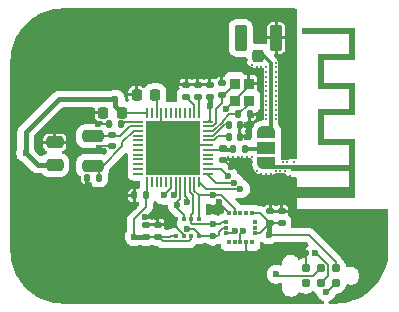
<source format=gbr>
%TF.GenerationSoftware,KiCad,Pcbnew,9.0.3-9.0.3-0~ubuntu24.04.1*%
%TF.CreationDate,2025-07-10T10:20:05-04:00*%
%TF.ProjectId,tire_sensor,74697265-5f73-4656-9e73-6f722e6b6963,rev?*%
%TF.SameCoordinates,Original*%
%TF.FileFunction,Copper,L1,Top*%
%TF.FilePolarity,Positive*%
%FSLAX46Y46*%
G04 Gerber Fmt 4.6, Leading zero omitted, Abs format (unit mm)*
G04 Created by KiCad (PCBNEW 9.0.3-9.0.3-0~ubuntu24.04.1) date 2025-07-10 10:20:05*
%MOMM*%
%LPD*%
G01*
G04 APERTURE LIST*
G04 Aperture macros list*
%AMRoundRect*
0 Rectangle with rounded corners*
0 $1 Rounding radius*
0 $2 $3 $4 $5 $6 $7 $8 $9 X,Y pos of 4 corners*
0 Add a 4 corners polygon primitive as box body*
4,1,4,$2,$3,$4,$5,$6,$7,$8,$9,$2,$3,0*
0 Add four circle primitives for the rounded corners*
1,1,$1+$1,$2,$3*
1,1,$1+$1,$4,$5*
1,1,$1+$1,$6,$7*
1,1,$1+$1,$8,$9*
0 Add four rect primitives between the rounded corners*
20,1,$1+$1,$2,$3,$4,$5,0*
20,1,$1+$1,$4,$5,$6,$7,0*
20,1,$1+$1,$6,$7,$8,$9,0*
20,1,$1+$1,$8,$9,$2,$3,0*%
%AMFreePoly0*
4,1,23,0.550000,-0.750000,0.000000,-0.750000,0.000000,-0.745722,-0.065263,-0.745722,-0.191342,-0.711940,-0.304381,-0.646677,-0.396677,-0.554381,-0.461940,-0.441342,-0.495722,-0.315263,-0.495722,-0.250000,-0.500000,-0.250000,-0.500000,0.250000,-0.495722,0.250000,-0.495722,0.315263,-0.461940,0.441342,-0.396677,0.554381,-0.304381,0.646677,-0.191342,0.711940,-0.065263,0.745722,0.000000,0.745722,
0.000000,0.750000,0.550000,0.750000,0.550000,-0.750000,0.550000,-0.750000,$1*%
%AMFreePoly1*
4,1,23,0.000000,0.745722,0.065263,0.745722,0.191342,0.711940,0.304381,0.646677,0.396677,0.554381,0.461940,0.441342,0.495722,0.315263,0.495722,0.250000,0.500000,0.250000,0.500000,-0.250000,0.495722,-0.250000,0.495722,-0.315263,0.461940,-0.441342,0.396677,-0.554381,0.304381,-0.646677,0.191342,-0.711940,0.065263,-0.745722,0.000000,-0.745722,0.000000,-0.750000,-0.550000,-0.750000,
-0.550000,0.750000,0.000000,0.750000,0.000000,0.745722,0.000000,0.745722,$1*%
G04 Aperture macros list end*
%TA.AperFunction,EtchedComponent*%
%ADD10C,0.000000*%
%TD*%
%TA.AperFunction,SMDPad,CuDef*%
%ADD11RoundRect,0.140000X0.170000X-0.140000X0.170000X0.140000X-0.170000X0.140000X-0.170000X-0.140000X0*%
%TD*%
%TA.AperFunction,SMDPad,CuDef*%
%ADD12RoundRect,0.140000X0.140000X0.170000X-0.140000X0.170000X-0.140000X-0.170000X0.140000X-0.170000X0*%
%TD*%
%TA.AperFunction,ConnectorPad*%
%ADD13R,0.500000X0.500000*%
%TD*%
%TA.AperFunction,ComponentPad*%
%ADD14R,0.500000X0.900000*%
%TD*%
%TA.AperFunction,SMDPad,CuDef*%
%ADD15RoundRect,0.140000X-0.140000X-0.170000X0.140000X-0.170000X0.140000X0.170000X-0.140000X0.170000X0*%
%TD*%
%TA.AperFunction,SMDPad,CuDef*%
%ADD16RoundRect,0.250000X0.475000X-0.250000X0.475000X0.250000X-0.475000X0.250000X-0.475000X-0.250000X0*%
%TD*%
%TA.AperFunction,SMDPad,CuDef*%
%ADD17FreePoly0,90.000000*%
%TD*%
%TA.AperFunction,SMDPad,CuDef*%
%ADD18R,1.500000X1.000000*%
%TD*%
%TA.AperFunction,SMDPad,CuDef*%
%ADD19FreePoly1,90.000000*%
%TD*%
%TA.AperFunction,ConnectorPad*%
%ADD20C,0.787400*%
%TD*%
%TA.AperFunction,SMDPad,CuDef*%
%ADD21RoundRect,0.050000X-0.350000X-0.050000X0.350000X-0.050000X0.350000X0.050000X-0.350000X0.050000X0*%
%TD*%
%TA.AperFunction,SMDPad,CuDef*%
%ADD22RoundRect,0.050000X-0.050000X-0.350000X0.050000X-0.350000X0.050000X0.350000X-0.050000X0.350000X0*%
%TD*%
%TA.AperFunction,HeatsinkPad*%
%ADD23C,0.500000*%
%TD*%
%TA.AperFunction,HeatsinkPad*%
%ADD24R,4.600000X4.600000*%
%TD*%
%TA.AperFunction,SMDPad,CuDef*%
%ADD25RoundRect,0.225000X0.225000X0.250000X-0.225000X0.250000X-0.225000X-0.250000X0.225000X-0.250000X0*%
%TD*%
%TA.AperFunction,SMDPad,CuDef*%
%ADD26RoundRect,0.140000X-0.170000X0.140000X-0.170000X-0.140000X0.170000X-0.140000X0.170000X0.140000X0*%
%TD*%
%TA.AperFunction,SMDPad,CuDef*%
%ADD27RoundRect,0.250000X-0.250000X0.275000X-0.250000X-0.275000X0.250000X-0.275000X0.250000X0.275000X0*%
%TD*%
%TA.AperFunction,SMDPad,CuDef*%
%ADD28RoundRect,0.250000X-0.275000X0.850000X-0.275000X-0.850000X0.275000X-0.850000X0.275000X0.850000X0*%
%TD*%
%TA.AperFunction,SMDPad,CuDef*%
%ADD29RoundRect,0.250000X0.650000X0.250000X-0.650000X0.250000X-0.650000X-0.250000X0.650000X-0.250000X0*%
%TD*%
%TA.AperFunction,SMDPad,CuDef*%
%ADD30R,0.850000X0.950000*%
%TD*%
%TA.AperFunction,SMDPad,CuDef*%
%ADD31R,0.350000X0.450000*%
%TD*%
%TA.AperFunction,SMDPad,CuDef*%
%ADD32R,0.450000X0.350000*%
%TD*%
%TA.AperFunction,SMDPad,CuDef*%
%ADD33R,0.350000X0.350000*%
%TD*%
%TA.AperFunction,ViaPad*%
%ADD34C,0.600000*%
%TD*%
%TA.AperFunction,ViaPad*%
%ADD35C,0.300000*%
%TD*%
%TA.AperFunction,Conductor*%
%ADD36C,0.200000*%
%TD*%
%TA.AperFunction,Conductor*%
%ADD37C,0.152400*%
%TD*%
%TA.AperFunction,Conductor*%
%ADD38C,0.400000*%
%TD*%
%TA.AperFunction,Conductor*%
%ADD39C,0.300000*%
%TD*%
G04 APERTURE END LIST*
D10*
%TA.AperFunction,EtchedComponent*%
%TO.C,AE1*%
G36*
X95900000Y69650000D02*
G01*
X93260000Y69650000D01*
X93260000Y67650000D01*
X95900000Y67650000D01*
X95900000Y64950000D01*
X93260000Y64950000D01*
X93260000Y62950000D01*
X95900000Y62950000D01*
X95900000Y57950000D01*
X90743215Y57950000D01*
X90500000Y57950000D01*
X90500000Y58374844D01*
X90603957Y58374844D01*
X90616065Y58332181D01*
X90620419Y58324269D01*
X90653203Y58286326D01*
X90695605Y58262258D01*
X90743215Y58252417D01*
X90791622Y58257153D01*
X90836416Y58276815D01*
X90873186Y58311755D01*
X90890092Y58344647D01*
X90897982Y58392733D01*
X90891408Y58442318D01*
X90871313Y58487628D01*
X90838643Y58522888D01*
X90806417Y58539782D01*
X90758158Y58548222D01*
X90708632Y58541691D01*
X90663447Y58521132D01*
X90628213Y58487489D01*
X90617600Y58468878D01*
X90604700Y58423363D01*
X90603957Y58374844D01*
X90500000Y58374844D01*
X90500000Y58850000D01*
X95400000Y58850000D01*
X95400000Y60250000D01*
X90500000Y60250000D01*
X90500000Y60750000D01*
X95400000Y60750000D01*
X95400000Y62450000D01*
X92760000Y62450000D01*
X92760000Y65450000D01*
X95400000Y65450000D01*
X95400000Y67150000D01*
X92760000Y67150000D01*
X92760000Y70150000D01*
X95400000Y70150000D01*
X95400000Y71850000D01*
X91460000Y71850000D01*
X91460000Y72350000D01*
X95900000Y72350000D01*
X95900000Y69650000D01*
G37*
%TD.AperFunction*%
%TD*%
D11*
%TO.P,C13,1*%
%TO.N,/P0.25*%
X82630000Y66520000D03*
%TO.P,C13,2*%
%TO.N,GND*%
X82630000Y67520000D03*
%TD*%
%TO.P,C18,1*%
%TO.N,VDD_NRF*%
X79230000Y54670000D03*
%TO.P,C18,2*%
%TO.N,GND*%
X79230000Y55670000D03*
%TD*%
D12*
%TO.P,C5,1*%
%TO.N,VDD_NRF*%
X78230000Y58170000D03*
%TO.P,C5,2*%
%TO.N,GND*%
X77230000Y58170000D03*
%TD*%
D11*
%TO.P,C19,1*%
%TO.N,VDD_NRF*%
X78230000Y54670000D03*
%TO.P,C19,2*%
%TO.N,GND*%
X78230000Y55670000D03*
%TD*%
%TO.P,C2,1*%
%TO.N,/XC2*%
X84630000Y66670000D03*
%TO.P,C2,2*%
%TO.N,GND*%
X84630000Y67670000D03*
%TD*%
D13*
%TO.P,AE1,1,A*%
%TO.N,Net-(AE1-A)*%
X90750000Y60500000D03*
D14*
%TO.P,AE1,2,Shield*%
%TO.N,GND*%
X90750000Y58400000D03*
%TD*%
D15*
%TO.P,C1,1*%
%TO.N,/XC1*%
X86030000Y65020000D03*
%TO.P,C1,2*%
%TO.N,GND*%
X87030000Y65020000D03*
%TD*%
D16*
%TO.P,C15,1*%
%TO.N,VDD_NRF*%
X70500000Y60750000D03*
%TO.P,C15,2*%
%TO.N,GND*%
X70500000Y62650000D03*
%TD*%
D15*
%TO.P,L1,1*%
%TO.N,Net-(U1-ANT)*%
X85630000Y62120000D03*
%TO.P,L1,2*%
%TO.N,/RF*%
X86630000Y62120000D03*
%TD*%
%TO.P,C12,1*%
%TO.N,GND*%
X73230000Y59670000D03*
%TO.P,C12,2*%
%TO.N,/P0.01{slash}XL2*%
X74230000Y59670000D03*
%TD*%
D17*
%TO.P,JP1,1,A*%
%TO.N,Net-(AE1-A)*%
X88422500Y60920000D03*
D18*
%TO.P,JP1,2,C*%
%TO.N,/RF*%
X88422500Y62220000D03*
D19*
%TO.P,JP1,3,B*%
%TO.N,Net-(J2-In)*%
X88422500Y63520000D03*
%TD*%
D11*
%TO.P,C11,1*%
%TO.N,GND*%
X75380000Y62320000D03*
%TO.P,C11,2*%
%TO.N,/P0.00{slash}XL1*%
X75380000Y63320000D03*
%TD*%
D20*
%TO.P,J1,1,VCC*%
%TO.N,VDD_NRF*%
X94290000Y52000000D03*
%TO.P,J1,2,SWDIO*%
%TO.N,/SWDIO*%
X94290000Y50730000D03*
%TO.P,J1,3,~{RESET}*%
%TO.N,/nRESET*%
X93020000Y52000000D03*
%TO.P,J1,4,SWCLK*%
%TO.N,/SWCLK*%
X93020000Y50730000D03*
%TO.P,J1,5,GND*%
%TO.N,GND*%
X91750000Y52000000D03*
%TO.P,J1,6,SWO*%
%TO.N,unconnected-(J1-SWO-Pad6)*%
X91750000Y50730000D03*
%TD*%
D21*
%TO.P,U1,1,DEC1*%
%TO.N,/DEC1*%
X77580000Y64420000D03*
%TO.P,U1,2,P0.00/XL1*%
%TO.N,/P0.00{slash}XL1*%
X77580000Y64020000D03*
%TO.P,U1,3,P0.01/XL2*%
%TO.N,/P0.01{slash}XL2*%
X77580000Y63620000D03*
%TO.P,U1,4,P0.02/AIN0*%
%TO.N,unconnected-(U1-P0.02{slash}AIN0-Pad4)*%
X77580000Y63220000D03*
%TO.P,U1,5,P0.03/AIN1*%
%TO.N,unconnected-(U1-P0.03{slash}AIN1-Pad5)*%
X77580000Y62820000D03*
%TO.P,U1,6,P0.04/AIN2*%
%TO.N,unconnected-(U1-P0.04{slash}AIN2-Pad6)*%
X77580000Y62420000D03*
%TO.P,U1,7,P0.05/AIN3*%
%TO.N,unconnected-(U1-P0.05{slash}AIN3-Pad7)*%
X77580000Y62020000D03*
%TO.P,U1,8,P0.06*%
%TO.N,unconnected-(U1-P0.06-Pad8)*%
X77580000Y61620000D03*
%TO.P,U1,9,P0.07*%
%TO.N,unconnected-(U1-P0.07-Pad9)*%
X77580000Y61220000D03*
%TO.P,U1,10,P0.08*%
%TO.N,unconnected-(U1-P0.08-Pad10)*%
X77580000Y60820000D03*
%TO.P,U1,11,P0.09*%
%TO.N,unconnected-(U1-P0.09-Pad11)*%
X77580000Y60420000D03*
%TO.P,U1,12,P0.10*%
%TO.N,unconnected-(U1-P0.10-Pad12)*%
X77580000Y60020000D03*
D22*
%TO.P,U1,13,VDD*%
%TO.N,VDD_NRF*%
X78330000Y59270000D03*
%TO.P,U1,14,P0.11*%
%TO.N,unconnected-(U1-P0.11-Pad14)*%
X78730000Y59270000D03*
%TO.P,U1,15,P0.12*%
%TO.N,unconnected-(U1-P0.12-Pad15)*%
X79130000Y59270000D03*
%TO.P,U1,16,P0.13*%
%TO.N,unconnected-(U1-P0.13-Pad16)*%
X79530000Y59270000D03*
%TO.P,U1,17,P0.14*%
%TO.N,unconnected-(U1-P0.14-Pad17)*%
X79930000Y59270000D03*
%TO.P,U1,18,P0.15*%
%TO.N,/INT_LIS3DHTR*%
X80330000Y59270000D03*
%TO.P,U1,19,P0.16*%
%TO.N,/CS_LIS3DHTR*%
X80730000Y59270000D03*
%TO.P,U1,20,P0.17*%
%TO.N,/CS_DPS368*%
X81130000Y59270000D03*
%TO.P,U1,21,P0.18*%
%TO.N,/SDO*%
X81530000Y59270000D03*
%TO.P,U1,22,P0.19*%
%TO.N,/SDI*%
X81930000Y59270000D03*
%TO.P,U1,23,P0.20*%
%TO.N,/SCK*%
X82330000Y59270000D03*
%TO.P,U1,24,P0.21/RESET*%
%TO.N,/nRESET*%
X82730000Y59270000D03*
D21*
%TO.P,U1,25,SWDCLK*%
%TO.N,/SWCLK*%
X83480000Y60020000D03*
%TO.P,U1,26,SWDIO*%
%TO.N,/SWDIO*%
X83480000Y60420000D03*
%TO.P,U1,27,P0.22*%
%TO.N,unconnected-(U1-P0.22-Pad27)*%
X83480000Y60820000D03*
%TO.P,U1,28,P0.23*%
%TO.N,unconnected-(U1-P0.23-Pad28)*%
X83480000Y61220000D03*
%TO.P,U1,29,P0.24*%
%TO.N,unconnected-(U1-P0.24-Pad29)*%
X83480000Y61620000D03*
%TO.P,U1,30,ANT*%
%TO.N,Net-(U1-ANT)*%
X83480000Y62020000D03*
%TO.P,U1,31,VSS*%
%TO.N,GND*%
X83480000Y62420000D03*
%TO.P,U1,32,DEC2*%
%TO.N,/DEC2*%
X83480000Y62820000D03*
%TO.P,U1,33,DEC3*%
%TO.N,/DEC3*%
X83480000Y63220000D03*
%TO.P,U1,34,XC1*%
%TO.N,/XC1*%
X83480000Y63620000D03*
%TO.P,U1,35,XC2*%
%TO.N,/XC2*%
X83480000Y64020000D03*
%TO.P,U1,36,VDD*%
%TO.N,VDD_NRF*%
X83480000Y64420000D03*
D22*
%TO.P,U1,37,P0.25*%
%TO.N,/P0.25*%
X82730000Y65170000D03*
%TO.P,U1,38,P0.26*%
%TO.N,Net-(U1-P0.26)*%
X82330000Y65170000D03*
%TO.P,U1,39,P0.27*%
%TO.N,unconnected-(U1-P0.27-Pad39)*%
X81930000Y65170000D03*
%TO.P,U1,40,P0.28/AIN4*%
%TO.N,unconnected-(U1-P0.28{slash}AIN4-Pad40)*%
X81530000Y65170000D03*
%TO.P,U1,41,P0.29/AIN5*%
%TO.N,unconnected-(U1-P0.29{slash}AIN5-Pad41)*%
X81130000Y65170000D03*
%TO.P,U1,42,P0.30/AIN6*%
%TO.N,unconnected-(U1-P0.30{slash}AIN6-Pad42)*%
X80730000Y65170000D03*
%TO.P,U1,43,P0.31/AIN7*%
%TO.N,unconnected-(U1-P0.31{slash}AIN7-Pad43)*%
X80330000Y65170000D03*
%TO.P,U1,44,N.C.*%
%TO.N,unconnected-(U1-N.C.-Pad44)*%
X79930000Y65170000D03*
%TO.P,U1,45,VSS*%
%TO.N,GND*%
X79530000Y65170000D03*
%TO.P,U1,46,DEC4*%
%TO.N,/DEC4*%
X79130000Y65170000D03*
%TO.P,U1,47,DCC*%
%TO.N,unconnected-(U1-DCC-Pad47)*%
X78730000Y65170000D03*
%TO.P,U1,48,VDD*%
%TO.N,VDD_NRF*%
X78330000Y65170000D03*
D23*
%TO.P,U1,49,GND*%
%TO.N,GND*%
X78730000Y64020000D03*
X78730000Y62820000D03*
X78730000Y61620000D03*
X78730000Y60420000D03*
X79930000Y64020000D03*
X79930000Y62820000D03*
X79930000Y61620000D03*
X79930000Y60420000D03*
D24*
X80530000Y62220000D03*
D23*
X81130000Y64020000D03*
X81130000Y62820000D03*
X81130000Y61620000D03*
X81130000Y60420000D03*
X82330000Y64020000D03*
X82330000Y62820000D03*
X82330000Y61620000D03*
X82330000Y60420000D03*
%TD*%
D25*
%TO.P,C10,1*%
%TO.N,/DEC4*%
X79010000Y66670000D03*
%TO.P,C10,2*%
%TO.N,GND*%
X77450000Y66670000D03*
%TD*%
D26*
%TO.P,C3,1*%
%TO.N,Net-(U1-ANT)*%
X84730000Y62170000D03*
%TO.P,C3,2*%
%TO.N,GND*%
X84730000Y61170000D03*
%TD*%
D27*
%TO.P,J2,1,In*%
%TO.N,Net-(J2-In)*%
X87750000Y70000000D03*
D28*
%TO.P,J2,2,Ext*%
%TO.N,GND*%
X89250000Y71500000D03*
%TO.P,J2,3*%
%TO.N,N/C*%
X86250000Y71500000D03*
%TD*%
D11*
%TO.P,C14,1*%
%TO.N,Net-(U1-P0.26)*%
X81630000Y66520000D03*
%TO.P,C14,2*%
%TO.N,GND*%
X81630000Y67520000D03*
%TD*%
D29*
%TO.P,X2,1,1*%
%TO.N,/P0.01{slash}XL2*%
X73730000Y60670000D03*
%TO.P,X2,2,2*%
%TO.N,/P0.00{slash}XL1*%
X73730000Y63170000D03*
%TD*%
D11*
%TO.P,C17,1*%
%TO.N,VDD_NRF*%
X89730000Y55820000D03*
%TO.P,C17,2*%
%TO.N,GND*%
X89730000Y56820000D03*
%TD*%
D15*
%TO.P,C7,1,1*%
%TO.N,/DEC3*%
X85220000Y64120000D03*
%TO.P,C7,2,2*%
%TO.N,GND*%
X86180000Y64120000D03*
%TD*%
D12*
%TO.P,C6,1,1*%
%TO.N,GND*%
X86180000Y63120000D03*
%TO.P,C6,2,2*%
%TO.N,/DEC2*%
X85220000Y63120000D03*
%TD*%
D30*
%TO.P,X1,1*%
%TO.N,/XC2*%
X85780000Y67620000D03*
%TO.P,X1,2,GND*%
%TO.N,GND*%
X85780000Y66170000D03*
%TO.P,X1,3*%
%TO.N,/XC1*%
X86930000Y66170000D03*
%TO.P,X1,4,GND__1*%
%TO.N,GND*%
X86930000Y67620000D03*
%TD*%
D11*
%TO.P,C8,1*%
%TO.N,VDD_NRF*%
X83630000Y66520000D03*
%TO.P,C8,2*%
%TO.N,GND*%
X83630000Y67520000D03*
%TD*%
D25*
%TO.P,C9,1*%
%TO.N,VDD_NRF*%
X76160000Y65170000D03*
%TO.P,C9,2*%
%TO.N,GND*%
X74600000Y65170000D03*
%TD*%
D31*
%TO.P,U3,1,VDD_IO*%
%TO.N,VDD_NRF*%
X87230000Y56670000D03*
%TO.P,U3,2*%
%TO.N,N/C*%
X86730000Y56670000D03*
%TO.P,U3,3*%
X86230000Y56670000D03*
%TO.P,U3,4,SCL/SPC*%
%TO.N,/SCK*%
X85730000Y56670000D03*
%TO.P,U3,5,GND*%
%TO.N,GND*%
X85230000Y56670000D03*
D32*
%TO.P,U3,6,SDA/SDI/SDO*%
%TO.N,/SDI*%
X85005000Y55945000D03*
%TO.P,U3,7,SDO/SA0*%
%TO.N,/SDO*%
X85005000Y55445000D03*
%TO.P,U3,8,CS*%
%TO.N,/CS_LIS3DHTR*%
X85005000Y54945000D03*
D31*
%TO.P,U3,9,INT2*%
%TO.N,unconnected-(U3-INT2-Pad9)*%
X85230000Y54220000D03*
%TO.P,U3,10,RES*%
%TO.N,unconnected-(U3-RES-Pad10)*%
X85730000Y54220000D03*
%TO.P,U3,11,INT1*%
%TO.N,/INT_LIS3DHTR*%
X86230000Y54220000D03*
%TO.P,U3,12,GND__1*%
%TO.N,GND*%
X86730000Y54220000D03*
%TO.P,U3,13,ADC3*%
%TO.N,unconnected-(U3-ADC3-Pad13)*%
X87230000Y54220000D03*
D32*
%TO.P,U3,14,VDD*%
%TO.N,VDD_NRF*%
X87455000Y54945000D03*
%TO.P,U3,15,ADC2*%
%TO.N,unconnected-(U3-ADC2-Pad15)*%
X87455000Y55445000D03*
%TO.P,U3,16,ADC1*%
%TO.N,unconnected-(U3-ADC1-Pad16)*%
X87455000Y55945000D03*
%TD*%
D33*
%TO.P,U2,1,GND_1*%
%TO.N,GND*%
X80780000Y56170000D03*
%TO.P,U2,2,CSB_N*%
%TO.N,/CS_DPS368*%
X81430000Y56170000D03*
%TO.P,U2,3,SDI*%
%TO.N,/SDI*%
X82080000Y56170000D03*
%TO.P,U2,4,SCK*%
%TO.N,/SCK*%
X82730000Y56170000D03*
%TO.P,U2,5,SDO*%
%TO.N,/SDO*%
X82730000Y54720000D03*
%TO.P,U2,6,VDDIO*%
%TO.N,VDD_NRF*%
X82080000Y54720000D03*
%TO.P,U2,7,GND_2*%
%TO.N,GND*%
X81430000Y54720000D03*
%TO.P,U2,8,VDD*%
%TO.N,VDD_NRF*%
X80780000Y54720000D03*
%TD*%
D12*
%TO.P,C4,1*%
%TO.N,/DEC1*%
X76130000Y64170000D03*
%TO.P,C4,2*%
%TO.N,GND*%
X75130000Y64170000D03*
%TD*%
D11*
%TO.P,C16,1*%
%TO.N,VDD_NRF*%
X88730000Y55820000D03*
%TO.P,C16,2*%
%TO.N,GND*%
X88730000Y56820000D03*
%TD*%
D34*
%TO.N,VDD_NRF*%
X77230000Y54670000D03*
X75630000Y66320000D03*
X68050000Y61750000D03*
X88630000Y54820000D03*
X83630000Y65770000D03*
D35*
%TO.N,GND*%
X97600000Y56800000D03*
X96800000Y56800000D03*
X89200000Y66200000D03*
X90800000Y70200000D03*
X89800000Y61000000D03*
X85200000Y61400000D03*
D34*
X73400000Y72400000D03*
D35*
X93600000Y56800000D03*
X90800000Y67400000D03*
X90800000Y59600000D03*
D34*
X86600000Y50200000D03*
D35*
X90800000Y66200000D03*
D34*
X97400000Y55400000D03*
D35*
X89200000Y69000000D03*
X88400000Y66200000D03*
D34*
X71000000Y50600000D03*
D35*
X90800000Y65400000D03*
X85600000Y61400000D03*
X92400000Y56800000D03*
X90400000Y59800000D03*
X90800000Y64600000D03*
X96000000Y56800000D03*
X89200000Y67400000D03*
X89200000Y65400000D03*
X90800000Y69000000D03*
X87600000Y69000000D03*
X98400000Y56800000D03*
X98000000Y56800000D03*
X90000000Y70000000D03*
X90800000Y63400000D03*
X90800000Y61400000D03*
D34*
X86780000Y64120000D03*
X79200000Y52000000D03*
X89750000Y57750000D03*
D35*
X88400000Y69000000D03*
X90800000Y61000000D03*
X89800000Y63800000D03*
X89600000Y60200000D03*
X90800000Y66600000D03*
X89800000Y62600000D03*
X90200000Y61000000D03*
X94800000Y56800000D03*
X89800000Y61400000D03*
D34*
X95200000Y54200000D03*
X74000000Y54200000D03*
D35*
X88400000Y65000000D03*
X90800000Y57600000D03*
D34*
X68800000Y71000000D03*
X83500000Y68250000D03*
X82400000Y49600000D03*
X89730000Y65670000D03*
D35*
X88400000Y68200000D03*
X86800000Y69600000D03*
D34*
X76200000Y72200000D03*
X74130000Y64228552D03*
D35*
X88400000Y68600000D03*
D34*
X86730000Y60170000D03*
X77630000Y67820000D03*
X82500000Y68250000D03*
X88750000Y57750000D03*
D35*
X90800000Y56800000D03*
D34*
X84730000Y68670000D03*
D35*
X88800000Y60000000D03*
X87200000Y69200000D03*
X86000000Y69600000D03*
D34*
X85000000Y52000000D03*
D35*
X90800000Y70600000D03*
X94400000Y56800000D03*
D34*
X89730000Y68670000D03*
D35*
X90800000Y65800000D03*
X86000000Y61400000D03*
D34*
X70400000Y53800000D03*
D35*
X90800000Y59200000D03*
X89200000Y67000000D03*
X90800000Y63800000D03*
X93200000Y56800000D03*
X89400000Y69800000D03*
X85200000Y70000000D03*
X90800000Y71000000D03*
X88400000Y67000000D03*
X90800000Y68200000D03*
X90800000Y62600000D03*
X90800000Y73000000D03*
X97200000Y56800000D03*
X89200000Y65000000D03*
X90800000Y69800000D03*
X87200000Y61400000D03*
X92000000Y56800000D03*
X90800000Y65000000D03*
X89800000Y63400000D03*
X89800000Y62200000D03*
X90800000Y68600000D03*
X92800000Y56800000D03*
D34*
X71000000Y73000000D03*
D35*
X87200000Y60600000D03*
D34*
X77200000Y49600000D03*
X84000000Y71200000D03*
D35*
X90800000Y73400000D03*
D34*
X77230000Y57170000D03*
D35*
X88400000Y65400000D03*
D34*
X78130000Y56320000D03*
X67600000Y53400000D03*
D35*
X88400000Y60000000D03*
D34*
X71600000Y57200000D03*
D35*
X95600000Y56800000D03*
X90800000Y72200000D03*
D34*
X81500000Y68250000D03*
D35*
X89600000Y64200000D03*
X90800000Y71400000D03*
D34*
X79130000Y56320000D03*
X73380000Y59020000D03*
X71600000Y68400000D03*
X85400000Y60600000D03*
D35*
X90800000Y69400000D03*
X88000000Y60000000D03*
D34*
X89600000Y73200000D03*
D35*
X90800000Y71800000D03*
X94000000Y56800000D03*
X90800000Y63000000D03*
X91600000Y56800000D03*
X85600000Y69600000D03*
X96400000Y56800000D03*
X90800000Y62200000D03*
X87200000Y61000000D03*
D34*
X75400000Y70600000D03*
D35*
X95200000Y56800000D03*
D34*
X68800000Y55800000D03*
X81000000Y73200000D03*
D35*
X90800000Y72600000D03*
D34*
X80000000Y71400000D03*
D35*
X90000000Y60200000D03*
X88000000Y69000000D03*
D34*
X85000000Y65500000D03*
D35*
X90800000Y67000000D03*
D34*
X84380000Y57570000D03*
D35*
X86800000Y61400000D03*
D34*
X86730000Y68670000D03*
D35*
X89200000Y68200000D03*
X89800000Y63000000D03*
X91200000Y56800000D03*
X89200000Y66600000D03*
X88400000Y67400000D03*
X88400000Y65800000D03*
X89200000Y69400000D03*
X89200000Y60200000D03*
X88400000Y64600000D03*
X89800000Y61800000D03*
X90800000Y73800000D03*
X89200000Y68600000D03*
X90800000Y64200000D03*
D34*
X97200000Y52200000D03*
D35*
X88400000Y67800000D03*
D34*
X72400000Y70600000D03*
D35*
X86400000Y69600000D03*
X90800000Y57200000D03*
D34*
X91750000Y53250000D03*
X74230000Y62170000D03*
D35*
X89200000Y65800000D03*
X86400000Y61400000D03*
X90800000Y61800000D03*
X90800000Y67800000D03*
D34*
X74400000Y50400000D03*
D35*
X89200000Y64600000D03*
X89200000Y67800000D03*
X87600000Y60200000D03*
X88400000Y66600000D03*
D34*
X86780000Y63120000D03*
X68200000Y67600000D03*
%TO.N,/SWCLK*%
X85694058Y59255942D03*
X92507080Y53257080D03*
%TO.N,/nRESET*%
X86226087Y58723913D03*
X89250000Y51500000D03*
%TO.N,/SWDIO*%
X93500000Y50000000D03*
X85192703Y59813748D03*
%TO.N,/SDO*%
X81671956Y55342419D03*
X81671956Y57570000D03*
X83880000Y54720000D03*
%TO.N,/CS_DPS368*%
X80880000Y57320000D03*
%TO.N,/SDI*%
X83880000Y55765400D03*
%TO.N,/SCK*%
X83880000Y58170000D03*
%TO.N,/INT_LIS3DHTR*%
X86482403Y55170000D03*
X79730000Y58170000D03*
%TO.N,/CS_LIS3DHTR*%
X80601400Y58170000D03*
X85730000Y55170000D03*
%TD*%
D36*
%TO.N,VDD_NRF*%
X83630000Y64570000D02*
X83531000Y64471000D01*
D37*
X78330000Y58270000D02*
X78230000Y58170000D01*
X82080000Y54465600D02*
X81882200Y54267800D01*
X78230000Y57165574D02*
X77230000Y56165574D01*
X79230000Y54670000D02*
X78230000Y54670000D01*
X82080000Y54720000D02*
X82080000Y54465600D01*
D36*
X83531000Y64471000D02*
X83480000Y64471000D01*
D38*
X68050000Y63500000D02*
X68050000Y61750000D01*
D37*
X94290000Y52000000D02*
X94290000Y52556775D01*
X81882200Y54267800D02*
X79632200Y54267800D01*
D38*
X88630000Y54820000D02*
X88630000Y55720000D01*
X70870000Y66320000D02*
X68050000Y63500000D01*
D37*
X88730000Y55820000D02*
X89730000Y55820000D01*
D38*
X75630000Y65700000D02*
X76160000Y65170000D01*
D37*
X87455000Y54945000D02*
X87855000Y54945000D01*
D38*
X75630000Y66320000D02*
X70870000Y66320000D01*
X69050000Y60750000D02*
X68050000Y61750000D01*
X75630000Y66320000D02*
X75630000Y65700000D01*
X83630000Y65770000D02*
X83630000Y66520000D01*
X88630000Y55720000D02*
X88730000Y55820000D01*
D37*
X87855000Y54945000D02*
X88730000Y55820000D01*
X78230000Y58170000D02*
X78230000Y57165574D01*
X87230000Y56670000D02*
X87880000Y56670000D01*
X80230000Y54670000D02*
X79230000Y54670000D01*
X80280000Y54720000D02*
X80230000Y54670000D01*
D38*
X77230000Y54670000D02*
X78230000Y54670000D01*
X70500000Y60750000D02*
X69050000Y60750000D01*
D37*
X79632200Y54267800D02*
X79230000Y54670000D01*
X92026775Y54820000D02*
X88630000Y54820000D01*
X78330000Y59270000D02*
X78330000Y58270000D01*
X80780000Y54720000D02*
X80280000Y54720000D01*
X94290000Y52556775D02*
X92026775Y54820000D01*
X77230000Y56165574D02*
X77230000Y54670000D01*
X78330000Y65170000D02*
X76230000Y65170000D01*
D36*
X83630000Y65770000D02*
X83630000Y64570000D01*
D37*
X87880000Y56670000D02*
X88730000Y55820000D01*
D39*
%TO.N,Net-(J2-In)*%
X88200000Y70000000D02*
X88800000Y69400000D01*
X88427200Y63520000D02*
X88422500Y63520000D01*
X87750000Y70000000D02*
X88200000Y70000000D01*
X88800000Y63892800D02*
X88427200Y63520000D01*
X88800000Y69400000D02*
X88800000Y63892800D01*
D37*
%TO.N,Net-(AE1-A)*%
X88742500Y60600000D02*
X88422500Y60920000D01*
D39*
X90750000Y60600000D02*
X88742500Y60600000D01*
D37*
X88480000Y61170000D02*
X88530000Y61120000D01*
%TO.N,GND*%
X84380000Y57520000D02*
X85230000Y56670000D01*
X74130000Y64228552D02*
X74497600Y64228552D01*
X91750000Y53250000D02*
X91750000Y52000000D01*
X79530000Y63220000D02*
X80530000Y62220000D01*
X85780000Y66170000D02*
X85780000Y66265600D01*
X85670000Y66170000D02*
X85000000Y65500000D01*
X80780000Y55485407D02*
X80780000Y56170000D01*
X84380000Y57570000D02*
X84380000Y57520000D01*
X73230000Y59170000D02*
X73380000Y59020000D01*
X74380000Y62320000D02*
X74230000Y62170000D01*
X74497600Y64228552D02*
X74556152Y64170000D01*
X73230000Y59670000D02*
X73230000Y59170000D01*
X74556152Y64170000D02*
X75380000Y64170000D01*
X83480000Y62420000D02*
X80730000Y62420000D01*
X80730000Y62420000D02*
X80530000Y62220000D01*
X85780000Y66170000D02*
X85670000Y66170000D01*
X86930000Y67620000D02*
X86930000Y68470000D01*
X75380000Y62320000D02*
X74380000Y62320000D01*
X84730000Y61170000D02*
X84830000Y61170000D01*
X79530000Y65170000D02*
X79530000Y63220000D01*
X85780000Y66265600D02*
X86930000Y67415600D01*
X86930000Y67415600D02*
X86930000Y67620000D01*
X86730000Y54220000D02*
X86730000Y53420000D01*
X86580000Y60320000D02*
X86730000Y60170000D01*
X81430000Y54720000D02*
X81430000Y54835407D01*
X87280000Y64970000D02*
X87280000Y64770000D01*
X84830000Y61170000D02*
X85400000Y60600000D01*
X81430000Y54835407D02*
X80780000Y55485407D01*
X86930000Y68470000D02*
X86730000Y68670000D01*
%TO.N,/XC1*%
X84712800Y64420141D02*
X84712800Y64445980D01*
X85286820Y65020000D02*
X86030000Y65020000D01*
X86930000Y65920000D02*
X86930000Y66170000D01*
X83480000Y63620000D02*
X83912661Y63620000D01*
X86030000Y65020000D02*
X86930000Y65920000D01*
X84712800Y64445980D02*
X85286820Y65020000D01*
X83912661Y63620000D02*
X84712800Y64420141D01*
%TO.N,/XC2*%
X83480000Y64020000D02*
X83880000Y64020000D01*
X84630000Y66670000D02*
X84830000Y66670000D01*
X84130000Y65500000D02*
X84630000Y66000000D01*
X84830000Y66670000D02*
X85780000Y67620000D01*
X84630000Y66000000D02*
X84630000Y66670000D01*
X84130000Y64270000D02*
X84130000Y65500000D01*
X83880000Y64020000D02*
X84130000Y64270000D01*
D36*
%TO.N,Net-(U1-ANT)*%
X83480000Y62020000D02*
X84580000Y62020000D01*
D39*
X84580000Y62020000D02*
X85380000Y62020000D01*
D37*
X84580000Y62020000D02*
X84730000Y62170000D01*
X85380000Y62020000D02*
X85630000Y62270000D01*
%TO.N,/DEC1*%
X76480000Y64420000D02*
X76230000Y64170000D01*
X77580000Y64420000D02*
X76480000Y64420000D01*
%TO.N,/DEC2*%
X83480000Y62820000D02*
X83974199Y62820000D01*
X84324200Y63170000D02*
X85230000Y63170000D01*
X83974199Y62820000D02*
X84324200Y63170000D01*
%TO.N,/DEC3*%
X83941733Y63220000D02*
X84891732Y64170000D01*
X84891732Y64170000D02*
X85230000Y64170000D01*
X83480000Y63220000D02*
X83941733Y63220000D01*
%TO.N,/DEC4*%
X79010000Y66670000D02*
X79130000Y66550000D01*
X79130000Y66550000D02*
X79130000Y65170000D01*
%TO.N,/P0.00{slash}XL1*%
X77580000Y64020000D02*
X76916574Y64020000D01*
X76066574Y63170000D02*
X75230000Y63170000D01*
X76916574Y64020000D02*
X76066574Y63170000D01*
X75230000Y63170000D02*
X73730000Y63170000D01*
%TO.N,/P0.01{slash}XL2*%
X74566574Y60670000D02*
X73730000Y60670000D01*
X77180000Y63620000D02*
X76230000Y62670000D01*
X74230000Y60170000D02*
X73730000Y60670000D01*
X74230000Y59670000D02*
X74230000Y60170000D01*
X76230000Y62670000D02*
X76230000Y62333426D01*
X76230000Y62333426D02*
X74566574Y60670000D01*
X77580000Y63620000D02*
X77180000Y63620000D01*
%TO.N,/P0.25*%
X82730000Y66420000D02*
X82630000Y66520000D01*
X82730000Y65170000D02*
X82730000Y66420000D01*
%TO.N,Net-(U1-P0.26)*%
X82330000Y65170000D02*
X82330000Y65820000D01*
X82330000Y65820000D02*
X81630000Y66520000D01*
%TO.N,/SWCLK*%
X85694058Y59255942D02*
X84144058Y59255942D01*
X92507080Y53257080D02*
X92641006Y53257080D01*
X83480000Y59920000D02*
X83480000Y60020000D01*
X93640900Y51350900D02*
X93020000Y50730000D01*
X84144058Y59255942D02*
X83480000Y59920000D01*
X92641006Y53257080D02*
X93640900Y52257186D01*
X93640900Y52257186D02*
X93640900Y51350900D01*
%TO.N,/nRESET*%
X83276087Y58723913D02*
X82730000Y59270000D01*
X89250000Y51500000D02*
X89370900Y51379100D01*
X86226087Y58723913D02*
X83276087Y58723913D01*
X89370900Y51379100D02*
X92399100Y51379100D01*
X92399100Y51379100D02*
X93020000Y52000000D01*
%TO.N,/SWDIO*%
X93500000Y50000000D02*
X93560000Y50000000D01*
X83480000Y60420000D02*
X84586451Y60420000D01*
X93560000Y50000000D02*
X94290000Y50730000D01*
X84586451Y60420000D02*
X85192703Y59813748D01*
%TO.N,/RF*%
X88322500Y62120000D02*
X88361714Y62159214D01*
D39*
X86630000Y62120000D02*
X88322500Y62120000D01*
D37*
%TO.N,/SDO*%
X81671956Y57980491D02*
X81530000Y58122447D01*
X83880000Y54720000D02*
X84280000Y54720000D01*
X81671956Y57570000D02*
X81671956Y57980491D01*
X82266781Y55342419D02*
X82730000Y54879200D01*
X84380000Y54820000D02*
X84380000Y55070000D01*
X82730000Y54879200D02*
X82730000Y54720000D01*
X84280000Y54720000D02*
X84380000Y54820000D01*
X81671956Y55342419D02*
X82266781Y55342419D01*
X82730000Y54720000D02*
X83880000Y54720000D01*
X84755000Y55445000D02*
X85005000Y55445000D01*
X84380000Y55070000D02*
X84755000Y55445000D01*
X81530000Y58122447D02*
X81530000Y59270000D01*
%TO.N,/CS_DPS368*%
X80880000Y57320000D02*
X80880000Y57070000D01*
X80880000Y57570000D02*
X80880000Y57320000D01*
X80880000Y57070000D02*
X81430000Y56520000D01*
X81130000Y57820000D02*
X80880000Y57570000D01*
X81430000Y56520000D02*
X81430000Y56170000D01*
X81130000Y59270000D02*
X81130000Y57820000D01*
%TO.N,/SDI*%
X81930000Y59270000D02*
X81930000Y58470000D01*
X83880000Y55765400D02*
X84495800Y55765400D01*
X82080000Y55820000D02*
X82134600Y55765400D01*
X82080000Y56520000D02*
X82080000Y56170000D01*
X84675400Y55945000D02*
X85005000Y55945000D01*
X84495800Y55765400D02*
X84675400Y55945000D01*
X82230000Y58170000D02*
X82230000Y56670000D01*
X82080000Y56170000D02*
X82080000Y55820000D01*
X82230000Y56670000D02*
X82080000Y56520000D01*
X82134600Y55765400D02*
X83880000Y55765400D01*
X81930000Y58470000D02*
X82230000Y58170000D01*
%TO.N,/SCK*%
X84607400Y58170000D02*
X85730000Y57047400D01*
X83880000Y58170000D02*
X84607400Y58170000D01*
X82730000Y58170000D02*
X82730000Y57170000D01*
X82330000Y59270000D02*
X82330000Y58570000D01*
X82730000Y58170000D02*
X83880000Y58170000D01*
X85730000Y57047400D02*
X85730000Y56670000D01*
X82330000Y58570000D02*
X82730000Y58170000D01*
X82730000Y57170000D02*
X82730000Y56170000D01*
%TO.N,/INT_LIS3DHTR*%
X86230000Y54917597D02*
X86230000Y54220000D01*
X86482403Y55170000D02*
X86230000Y54917597D01*
X80330000Y58770000D02*
X79730000Y58170000D01*
X80330000Y59270000D02*
X80330000Y58770000D01*
%TO.N,/CS_LIS3DHTR*%
X85730000Y55170000D02*
X85505000Y54945000D01*
X80730000Y59270000D02*
X80730000Y58298600D01*
X85505000Y54945000D02*
X85005000Y54945000D01*
X80730000Y58298600D02*
X80601400Y58170000D01*
%TD*%
%TA.AperFunction,Conductor*%
%TO.N,GND*%
G36*
X92399115Y50049216D02*
G01*
X92416042Y50049767D01*
X92448607Y50036158D01*
X92451284Y50034558D01*
X92596437Y49937570D01*
X92652335Y49914417D01*
X92660116Y49909767D01*
X92707566Y49858481D01*
X92718126Y49827516D01*
X92730261Y49766509D01*
X92730264Y49766499D01*
X92790602Y49620828D01*
X92790609Y49620815D01*
X92878210Y49489712D01*
X92878213Y49489708D01*
X92989707Y49378214D01*
X92989711Y49378211D01*
X93120814Y49290610D01*
X93120827Y49290603D01*
X93245262Y49239061D01*
X93299666Y49195221D01*
X93321731Y49128926D01*
X93304452Y49061227D01*
X93253315Y49013616D01*
X93197810Y49000500D01*
X91000000Y49000500D01*
X91000000Y49814279D01*
X91059298Y49873577D01*
X91059301Y49873580D01*
X91102423Y49938118D01*
X91156034Y49982922D01*
X91225358Y49991631D01*
X91274416Y49972329D01*
X91326430Y49937574D01*
X91326436Y49937571D01*
X91326437Y49937570D01*
X91489171Y49870163D01*
X91661924Y49835801D01*
X91661928Y49835800D01*
X91661929Y49835800D01*
X91838072Y49835800D01*
X91838073Y49835801D01*
X92010829Y49870163D01*
X92173563Y49937570D01*
X92316110Y50032818D01*
X92332269Y50037878D01*
X92346209Y50047491D01*
X92364920Y50048101D01*
X92382786Y50053695D01*
X92399115Y50049216D01*
G37*
%TD.AperFunction*%
%TA.AperFunction,Conductor*%
G36*
X98692539Y56980315D02*
G01*
X98738294Y56927511D01*
X98749500Y56876000D01*
X98749500Y53502705D01*
X98749382Y53497296D01*
X98732615Y53113248D01*
X98731672Y53102472D01*
X98681851Y52724042D01*
X98679973Y52713389D01*
X98597357Y52340728D01*
X98594557Y52330279D01*
X98479778Y51966246D01*
X98476078Y51956080D01*
X98330006Y51603430D01*
X98325434Y51593626D01*
X98149187Y51255060D01*
X98143779Y51245692D01*
X97938689Y50923765D01*
X97932484Y50914903D01*
X97700110Y50612068D01*
X97693159Y50603786D01*
X97652835Y50559779D01*
X97435294Y50322376D01*
X97427645Y50314727D01*
X97146213Y50056845D01*
X97137926Y50049892D01*
X96835109Y49817533D01*
X96826248Y49811328D01*
X96504318Y49606238D01*
X96494950Y49600830D01*
X96156371Y49424578D01*
X96146566Y49420006D01*
X95793926Y49273941D01*
X95783761Y49270241D01*
X95419725Y49155462D01*
X95409275Y49152662D01*
X95036612Y49070048D01*
X95025959Y49068170D01*
X94647531Y49018352D01*
X94636755Y49017409D01*
X94252130Y49000619D01*
X94246724Y49000501D01*
X94214422Y49000501D01*
X94184112Y49000501D01*
X94184108Y49000501D01*
X94176504Y49000500D01*
X94176503Y49000501D01*
X94176502Y49000500D01*
X93802190Y49000500D01*
X93735151Y49020185D01*
X93689396Y49072989D01*
X93679452Y49142147D01*
X93708477Y49205703D01*
X93754738Y49239061D01*
X93879172Y49290603D01*
X93879172Y49290604D01*
X93879179Y49290606D01*
X94010289Y49378211D01*
X94121789Y49489711D01*
X94209394Y49620821D01*
X94266735Y49759256D01*
X94310573Y49813656D01*
X94372114Y49834140D01*
X94372010Y49835203D01*
X94376697Y49835665D01*
X94376867Y49835721D01*
X94377358Y49835730D01*
X94378065Y49835800D01*
X94378071Y49835800D01*
X94550829Y49870163D01*
X94713563Y49937570D01*
X94860019Y50035429D01*
X94984571Y50159981D01*
X95082430Y50306437D01*
X95149837Y50469171D01*
X95167860Y50559782D01*
X95200244Y50621691D01*
X95260960Y50656265D01*
X95330729Y50652526D01*
X95336922Y50650153D01*
X95342458Y50647860D01*
X95474022Y50621691D01*
X95486540Y50619201D01*
X95486544Y50619200D01*
X95486545Y50619200D01*
X95633456Y50619200D01*
X95633457Y50619201D01*
X95777542Y50647860D01*
X95913269Y50704080D01*
X96035420Y50785699D01*
X96139301Y50889580D01*
X96220920Y51011731D01*
X96277140Y51147458D01*
X96305800Y51291545D01*
X96305800Y51438455D01*
X96277140Y51582542D01*
X96220920Y51718269D01*
X96220919Y51718270D01*
X96220916Y51718276D01*
X96139301Y51840420D01*
X96139298Y51840424D01*
X96035423Y51944299D01*
X96035419Y51944302D01*
X95913275Y52025917D01*
X95913266Y52025922D01*
X95801095Y52072384D01*
X95777542Y52082140D01*
X95777538Y52082141D01*
X95777534Y52082142D01*
X95633459Y52110800D01*
X95633455Y52110800D01*
X95486545Y52110800D01*
X95486540Y52110800D01*
X95342465Y52082142D01*
X95342453Y52082139D01*
X95336921Y52079847D01*
X95267451Y52072384D01*
X95204974Y52103663D01*
X95169327Y52163755D01*
X95167864Y52170197D01*
X95149837Y52260829D01*
X95082430Y52423563D01*
X95082429Y52423564D01*
X95082426Y52423570D01*
X94984572Y52570018D01*
X94956048Y52598542D01*
X94869991Y52684599D01*
X94837899Y52740185D01*
X94833325Y52757255D01*
X94827399Y52779373D01*
X94781221Y52859355D01*
X94751477Y52910874D01*
X94751472Y52910880D01*
X92380879Y55281473D01*
X92380873Y55281478D01*
X92249375Y55357398D01*
X92249374Y55357399D01*
X92249373Y55357399D01*
X92102699Y55396700D01*
X91000000Y55396700D01*
X91000000Y57000000D01*
X98625500Y57000000D01*
X98692539Y56980315D01*
G37*
%TD.AperFunction*%
%TA.AperFunction,Conductor*%
G36*
X91803575Y54223615D02*
G01*
X91824217Y54206981D01*
X91986878Y54044320D01*
X92020363Y53982997D01*
X92015379Y53913305D01*
X91986879Y53868958D01*
X91885290Y53767369D01*
X91797689Y53636266D01*
X91797682Y53636253D01*
X91737344Y53490582D01*
X91737341Y53490570D01*
X91706580Y53335927D01*
X91706580Y53178234D01*
X91735134Y53034682D01*
X91728907Y52965090D01*
X91686044Y52909913D01*
X91637709Y52888874D01*
X91489322Y52859357D01*
X91489316Y52859355D01*
X91326676Y52791988D01*
X91326669Y52791984D01*
X91274694Y52757255D01*
X91208016Y52736378D01*
X91140636Y52754863D01*
X91102702Y52791467D01*
X91059301Y52856420D01*
X91059298Y52856424D01*
X91000000Y52915722D01*
X91000000Y54243300D01*
X91736536Y54243300D01*
X91803575Y54223615D01*
G37*
%TD.AperFunction*%
%TD*%
%TA.AperFunction,Conductor*%
%TO.N,GND*%
G36*
X90943039Y73979815D02*
G01*
X90988794Y73927011D01*
X91000000Y73875500D01*
X91000000Y61374500D01*
X90980315Y61307461D01*
X90927511Y61261706D01*
X90876000Y61250500D01*
X90452129Y61250500D01*
X90452123Y61250499D01*
X90392516Y61244092D01*
X90257671Y61193798D01*
X90254142Y61191870D01*
X90194711Y61176700D01*
X89802000Y61176700D01*
X89734961Y61196385D01*
X89689206Y61249189D01*
X89678000Y61300700D01*
X89678000Y61470000D01*
X89672855Y61541940D01*
X89669392Y61553731D01*
X89668039Y61604559D01*
X89665761Y61604803D01*
X89666589Y61612515D01*
X89666591Y61612517D01*
X89673000Y61672127D01*
X89672999Y62767872D01*
X89666591Y62827483D01*
X89666589Y62827487D01*
X89666353Y62828489D01*
X89666260Y62830558D01*
X89665762Y62835196D01*
X89666052Y62835228D01*
X89664291Y62874654D01*
X89678000Y62970000D01*
X89678000Y63585826D01*
X89660775Y63716662D01*
X89626700Y63843829D01*
X89576201Y63965743D01*
X89576198Y63965748D01*
X89576197Y63965751D01*
X89576196Y63965752D01*
X89510379Y64079750D01*
X89510375Y64079757D01*
X89496650Y64097643D01*
X89430044Y64184445D01*
X89430041Y64184449D01*
X89413019Y64201471D01*
X89379534Y64262794D01*
X89376700Y64289152D01*
X89376700Y69475922D01*
X89376700Y69475924D01*
X89337399Y69622598D01*
X89307149Y69674992D01*
X89261477Y69754099D01*
X89261472Y69754105D01*
X89081257Y69934320D01*
X89047772Y69995643D01*
X89052756Y70065335D01*
X89094628Y70121268D01*
X89100431Y70123433D01*
X89122999Y70146001D01*
X89377000Y70146001D01*
X89573207Y70146001D01*
X89573216Y70146002D01*
X89633235Y70152453D01*
X89633238Y70152454D01*
X89769021Y70203100D01*
X89769027Y70203104D01*
X89885047Y70289953D01*
X89971896Y70405973D01*
X89971897Y70405975D01*
X90022547Y70541769D01*
X90028999Y70601773D01*
X90029000Y70601790D01*
X90029000Y71373000D01*
X89377000Y71373000D01*
X89377000Y70146001D01*
X89122999Y70146001D01*
X89123000Y70146002D01*
X89123000Y71373000D01*
X88471000Y71373000D01*
X88471000Y71081277D01*
X88451315Y71014237D01*
X88398511Y70968482D01*
X88329353Y70958539D01*
X88307996Y70963571D01*
X88293176Y70968482D01*
X88152797Y71014999D01*
X88152795Y71015000D01*
X88050010Y71025500D01*
X87449998Y71025500D01*
X87449977Y71025498D01*
X87412099Y71021629D01*
X87343406Y71034400D01*
X87292523Y71082281D01*
X87275499Y71144987D01*
X87275499Y72398228D01*
X88471000Y72398228D01*
X88471000Y71627000D01*
X89123000Y71627000D01*
X89377000Y71627000D01*
X90028999Y71627000D01*
X90028999Y72398208D01*
X90028998Y72398217D01*
X90022547Y72458236D01*
X90022546Y72458239D01*
X89971900Y72594022D01*
X89971896Y72594028D01*
X89885047Y72710048D01*
X89769027Y72796897D01*
X89769025Y72796898D01*
X89633231Y72847548D01*
X89573227Y72854000D01*
X89377000Y72854000D01*
X89377000Y71627000D01*
X89123000Y71627000D01*
X89123000Y72854000D01*
X88926793Y72854000D01*
X88926783Y72853999D01*
X88866764Y72847548D01*
X88866761Y72847547D01*
X88730978Y72796901D01*
X88730972Y72796897D01*
X88614952Y72710048D01*
X88528103Y72594028D01*
X88528102Y72594026D01*
X88477452Y72458232D01*
X88471000Y72398228D01*
X87275499Y72398228D01*
X87275499Y72400002D01*
X87275498Y72400019D01*
X87264999Y72502797D01*
X87264998Y72502800D01*
X87234770Y72594022D01*
X87209814Y72669334D01*
X87117712Y72818656D01*
X86993656Y72942712D01*
X86844334Y73034814D01*
X86677797Y73089999D01*
X86677795Y73090000D01*
X86575010Y73100500D01*
X85924998Y73100500D01*
X85924980Y73100499D01*
X85822203Y73090000D01*
X85822200Y73089999D01*
X85655668Y73034815D01*
X85655663Y73034813D01*
X85506342Y72942711D01*
X85382289Y72818658D01*
X85290187Y72669337D01*
X85290186Y72669334D01*
X85235001Y72502797D01*
X85235001Y72502796D01*
X85235000Y72502796D01*
X85224500Y72400017D01*
X85224500Y70599999D01*
X85224501Y70599982D01*
X85235000Y70497204D01*
X85235001Y70497201D01*
X85290185Y70330669D01*
X85290187Y70330664D01*
X85323928Y70275961D01*
X85382288Y70181344D01*
X85506344Y70057288D01*
X85655666Y69965186D01*
X85822203Y69910001D01*
X85924991Y69899500D01*
X86575008Y69899501D01*
X86612899Y69903372D01*
X86681590Y69890603D01*
X86732475Y69842723D01*
X86749500Y69780015D01*
X86749500Y69675000D01*
X86749501Y69674981D01*
X86760000Y69572204D01*
X86760001Y69572201D01*
X86791905Y69475922D01*
X86815186Y69405666D01*
X86907288Y69256344D01*
X87031344Y69132288D01*
X87180666Y69040186D01*
X87347203Y68985001D01*
X87449991Y68974500D01*
X88050008Y68974501D01*
X88086698Y68978249D01*
X88155391Y68965479D01*
X88206275Y68917599D01*
X88223300Y68854891D01*
X88223300Y64649283D01*
X88203615Y64582244D01*
X88150811Y64536489D01*
X88110654Y64526366D01*
X88110699Y64526030D01*
X88107820Y64525652D01*
X88107416Y64525549D01*
X88106677Y64525501D01*
X87975841Y64508276D01*
X87848670Y64474200D01*
X87726749Y64423698D01*
X87726748Y64423697D01*
X87612750Y64357880D01*
X87612732Y64357868D01*
X87508055Y64277545D01*
X87508045Y64277536D01*
X87414964Y64184455D01*
X87414955Y64184445D01*
X87334632Y64079768D01*
X87334620Y64079750D01*
X87268803Y63965752D01*
X87268802Y63965751D01*
X87218300Y63843830D01*
X87184224Y63716659D01*
X87167000Y63585834D01*
X87167000Y63006798D01*
X87160694Y62985324D01*
X87159008Y62963000D01*
X87151039Y62952445D01*
X87147315Y62939759D01*
X87130400Y62925103D01*
X87116913Y62907235D01*
X87104504Y62902664D01*
X87094511Y62894004D01*
X87072355Y62890819D01*
X87051352Y62883080D01*
X87032617Y62885105D01*
X87025353Y62884060D01*
X87016158Y62885738D01*
X87012236Y62886608D01*
X86870993Y62927643D01*
X86834690Y62930500D01*
X86814280Y62930500D01*
X86801020Y62933440D01*
X86781836Y62944015D01*
X86760823Y62950185D01*
X86740181Y62966819D01*
X86714000Y62993000D01*
X86304000Y62993000D01*
X86236961Y63012685D01*
X86191206Y63065489D01*
X86180000Y63117000D01*
X86180000Y63120000D01*
X86177000Y63120000D01*
X86109961Y63139685D01*
X86064206Y63192489D01*
X86053000Y63244000D01*
X86053000Y63996000D01*
X86063660Y64032303D01*
X86299102Y64032303D01*
X86307000Y63996000D01*
X86307000Y63247000D01*
X86713999Y63247000D01*
X86713999Y63321006D01*
X86699386Y63413272D01*
X86642724Y63524475D01*
X86642721Y63524480D01*
X86634882Y63532319D01*
X86601397Y63593642D01*
X86606381Y63663334D01*
X86634882Y63707681D01*
X86642721Y63715521D01*
X86642724Y63715525D01*
X86699388Y63826735D01*
X86714000Y63918988D01*
X86714000Y63993000D01*
X86387229Y63993000D01*
X86369956Y63998072D01*
X86351955Y63998123D01*
X86337128Y64007712D01*
X86320190Y64012685D01*
X86308402Y64026289D01*
X86299102Y64032303D01*
X86063660Y64032303D01*
X86072685Y64063039D01*
X86125489Y64108794D01*
X86177000Y64120000D01*
X86183000Y64120000D01*
X86250039Y64100315D01*
X86273284Y64073488D01*
X86271873Y64083306D01*
X86264441Y64099703D01*
X86267003Y64117173D01*
X86264491Y64134647D01*
X86271969Y64151023D01*
X86274582Y64168833D01*
X86286181Y64182143D01*
X86293516Y64198203D01*
X86308661Y64207937D01*
X86320488Y64221506D01*
X86352003Y64235791D01*
X86352294Y64235977D01*
X86352634Y64236076D01*
X86373286Y64242076D01*
X86407881Y64247000D01*
X86713999Y64247000D01*
X86713999Y64321009D01*
X86713752Y64324145D01*
X86713999Y64325322D01*
X86713999Y64325878D01*
X86714116Y64325878D01*
X86728113Y64392523D01*
X86777162Y64442282D01*
X86845327Y64457623D01*
X86856769Y64456352D01*
X86858990Y64456001D01*
X86902999Y64456001D01*
X87157000Y64456001D01*
X87201005Y64456001D01*
X87293271Y64470614D01*
X87404474Y64527276D01*
X87404479Y64527279D01*
X87492721Y64615521D01*
X87492724Y64615525D01*
X87549388Y64726735D01*
X87564000Y64818988D01*
X87564000Y64893000D01*
X87157000Y64893000D01*
X87157000Y64456001D01*
X86902999Y64456001D01*
X86903000Y64456002D01*
X86903000Y64896000D01*
X86905550Y64904686D01*
X86904262Y64913647D01*
X86915240Y64937688D01*
X86922685Y64963039D01*
X86929525Y64968967D01*
X86933287Y64977203D01*
X86955521Y64991493D01*
X86975489Y65008794D01*
X86986003Y65011082D01*
X86992065Y65014977D01*
X87027000Y65020000D01*
X87030000Y65020000D01*
X87030000Y65023000D01*
X87049685Y65090039D01*
X87102489Y65135794D01*
X87154000Y65147000D01*
X87563999Y65147000D01*
X87563999Y65164183D01*
X87583684Y65231222D01*
X87613684Y65263447D01*
X87712546Y65337454D01*
X87798796Y65452669D01*
X87849091Y65587517D01*
X87855500Y65647127D01*
X87855499Y66692872D01*
X87849091Y66752483D01*
X87845917Y66760992D01*
X87798797Y66887329D01*
X87798793Y66887336D01*
X87712546Y67002546D01*
X87658688Y67042865D01*
X87616817Y67098800D01*
X87609000Y67142131D01*
X87609000Y67493000D01*
X87054000Y67493000D01*
X87045314Y67495551D01*
X87036353Y67494262D01*
X87012312Y67505241D01*
X86986961Y67512685D01*
X86981033Y67519526D01*
X86972797Y67523287D01*
X86958507Y67545522D01*
X86941206Y67565489D01*
X86938918Y67576004D01*
X86935023Y67582065D01*
X86930000Y67617000D01*
X86930000Y67620000D01*
X86927000Y67620000D01*
X86859961Y67639685D01*
X86814206Y67692489D01*
X86803000Y67744000D01*
X86803000Y67747000D01*
X87057000Y67747000D01*
X87608999Y67747000D01*
X87608999Y68120015D01*
X87594262Y68194107D01*
X87594261Y68194110D01*
X87538123Y68278124D01*
X87454104Y68334264D01*
X87454103Y68334265D01*
X87380021Y68349000D01*
X87057000Y68349000D01*
X87057000Y67747000D01*
X86803000Y67747000D01*
X86803000Y68349000D01*
X86702130Y68349000D01*
X86635091Y68368685D01*
X86602863Y68398689D01*
X86562547Y68452544D01*
X86562546Y68452546D01*
X86562542Y68452549D01*
X86447335Y68538794D01*
X86447328Y68538798D01*
X86312482Y68589092D01*
X86312483Y68589092D01*
X86252883Y68595499D01*
X86252881Y68595500D01*
X86252873Y68595500D01*
X86252864Y68595500D01*
X85307129Y68595500D01*
X85307123Y68595499D01*
X85247516Y68589092D01*
X85112671Y68538798D01*
X85112664Y68538794D01*
X84997455Y68452548D01*
X84997452Y68452545D01*
X84911206Y68337336D01*
X84911202Y68337329D01*
X84891561Y68284667D01*
X84849690Y68228733D01*
X84784225Y68204316D01*
X84775379Y68204000D01*
X84757000Y68204000D01*
X84757000Y67794000D01*
X84754449Y67785315D01*
X84755738Y67776353D01*
X84744759Y67752313D01*
X84737315Y67726961D01*
X84730474Y67721034D01*
X84726713Y67712797D01*
X84704478Y67698508D01*
X84684511Y67681206D01*
X84673996Y67678919D01*
X84667935Y67675023D01*
X84633000Y67670000D01*
X84627000Y67670000D01*
X84559961Y67689685D01*
X84514206Y67742489D01*
X84503000Y67794000D01*
X84503000Y68204000D01*
X84502999Y68204001D01*
X84428995Y68204000D01*
X84336728Y68189387D01*
X84225525Y68132725D01*
X84225520Y68132722D01*
X84130373Y68037574D01*
X84128889Y68039058D01*
X84083671Y68004192D01*
X84014057Y67998217D01*
X83982394Y68009261D01*
X83923265Y68039389D01*
X83831012Y68054000D01*
X83757000Y68054000D01*
X83757000Y67644000D01*
X83754449Y67635315D01*
X83755738Y67626353D01*
X83744759Y67602313D01*
X83737315Y67576961D01*
X83730474Y67571034D01*
X83726713Y67562797D01*
X83704478Y67548508D01*
X83684511Y67531206D01*
X83673996Y67528919D01*
X83667935Y67525023D01*
X83633000Y67520000D01*
X83630000Y67520000D01*
X83630000Y67517000D01*
X83610315Y67449961D01*
X83557511Y67404206D01*
X83506000Y67393000D01*
X81066001Y67393000D01*
X81066001Y67348994D01*
X81080343Y67258432D01*
X81071387Y67189139D01*
X81045550Y67151355D01*
X80949887Y67055693D01*
X80949881Y67055685D01*
X80867505Y66916394D01*
X80867504Y66916391D01*
X80822357Y66760998D01*
X80822356Y66760992D01*
X80819500Y66724698D01*
X80819500Y66315303D01*
X80822356Y66279009D01*
X80836858Y66229094D01*
X80836793Y66206650D01*
X80841392Y66184680D01*
X80836695Y66172386D01*
X80836658Y66159225D01*
X80824469Y66140379D01*
X80816460Y66119410D01*
X80805861Y66111606D01*
X80798715Y66100555D01*
X80778270Y66091289D01*
X80760198Y66077981D01*
X80741717Y66074722D01*
X80735077Y66071712D01*
X80725653Y66070750D01*
X80721723Y66070500D01*
X80636898Y66070500D01*
X80548436Y66059877D01*
X80547226Y66059401D01*
X80537872Y66058805D01*
X80535064Y66059439D01*
X80515217Y66059439D01*
X80466559Y66065282D01*
X80423102Y66070500D01*
X80236898Y66070500D01*
X80193440Y66065282D01*
X80144783Y66059439D01*
X80115217Y66059439D01*
X80039474Y66068534D01*
X79975259Y66096071D01*
X79936126Y66153953D01*
X79934498Y66223804D01*
X79936552Y66230656D01*
X79950348Y66272290D01*
X79950349Y66272292D01*
X79960500Y66371655D01*
X79960499Y66968344D01*
X79957005Y67002545D01*
X79950349Y67067708D01*
X79950348Y67067711D01*
X79940046Y67098800D01*
X79897003Y67228697D01*
X79896999Y67228703D01*
X79896998Y67228706D01*
X79807970Y67373041D01*
X79807967Y67373045D01*
X79688044Y67492968D01*
X79688040Y67492971D01*
X79543700Y67582002D01*
X79382709Y67635349D01*
X79283346Y67645500D01*
X78736662Y67645500D01*
X78736644Y67645499D01*
X78637292Y67635350D01*
X78637289Y67635349D01*
X78476305Y67582004D01*
X78476294Y67581999D01*
X78331959Y67492971D01*
X78331955Y67492968D01*
X78212033Y67373046D01*
X78174934Y67312900D01*
X78122985Y67266177D01*
X78054022Y67254956D01*
X77995085Y67278733D01*
X77906924Y67344731D01*
X77906921Y67344733D01*
X77777872Y67392866D01*
X77777867Y67392867D01*
X77720836Y67399000D01*
X77577000Y67399000D01*
X77577000Y66794000D01*
X77574449Y66785315D01*
X77575738Y66776353D01*
X77564759Y66752313D01*
X77557315Y66726961D01*
X77550474Y66721034D01*
X77546713Y66712797D01*
X77524478Y66698508D01*
X77504511Y66681206D01*
X77493996Y66678919D01*
X77487935Y66675023D01*
X77453000Y66670000D01*
X77450000Y66670000D01*
X77450000Y66667000D01*
X77430315Y66599961D01*
X77377511Y66554206D01*
X77326000Y66543000D01*
X76746000Y66543000D01*
X76746000Y66374164D01*
X76752133Y66317133D01*
X76752134Y66317128D01*
X76770020Y66269175D01*
X76771080Y66254343D01*
X76776948Y66240677D01*
X76773523Y66220196D01*
X76775005Y66199484D01*
X76767878Y66186433D01*
X76765426Y66171764D01*
X76751472Y66156386D01*
X76741521Y66138160D01*
X76728468Y66131033D01*
X76718476Y66120020D01*
X76698422Y66114627D01*
X76680198Y66104675D01*
X76664223Y66105429D01*
X76651004Y66101873D01*
X76617827Y66107617D01*
X76616193Y66107694D01*
X76615490Y66107918D01*
X76532708Y66135349D01*
X76527840Y66135847D01*
X76516854Y66139347D01*
X76492715Y66155652D01*
X76467108Y66169525D01*
X76464109Y66174974D01*
X76458955Y66178455D01*
X76447464Y66205218D01*
X76433421Y66230737D01*
X76432368Y66240383D01*
X76431391Y66242658D01*
X76431831Y66245295D01*
X76430500Y66257494D01*
X76430500Y66398845D01*
X76430499Y66398847D01*
X76399738Y66553490D01*
X76399737Y66553497D01*
X76380491Y66599961D01*
X76339397Y66699173D01*
X76339390Y66699186D01*
X76251789Y66830289D01*
X76251786Y66830293D01*
X76140292Y66941787D01*
X76140288Y66941790D01*
X76104299Y66965837D01*
X76746000Y66965837D01*
X76746000Y66797000D01*
X77323000Y66797000D01*
X77323000Y67399000D01*
X77179163Y67399000D01*
X77122132Y67392867D01*
X77122127Y67392866D01*
X76993078Y67344733D01*
X76993075Y67344731D01*
X76882814Y67262189D01*
X76882811Y67262186D01*
X76800269Y67151925D01*
X76800267Y67151922D01*
X76752134Y67022873D01*
X76752133Y67022868D01*
X76746000Y66965837D01*
X76104299Y66965837D01*
X76009185Y67029391D01*
X76009172Y67029398D01*
X75863501Y67089736D01*
X75863489Y67089739D01*
X75708845Y67120500D01*
X75708842Y67120500D01*
X75551158Y67120500D01*
X75551155Y67120500D01*
X75396510Y67089739D01*
X75396498Y67089736D01*
X75252136Y67029939D01*
X75204684Y67020500D01*
X70801005Y67020500D01*
X70740833Y67008531D01*
X70710747Y67002546D01*
X70674636Y66995364D01*
X70665670Y66993580D01*
X70538190Y66940776D01*
X70423454Y66864113D01*
X67505887Y63946546D01*
X67429222Y63831808D01*
X67376421Y63704333D01*
X67376418Y63704321D01*
X67350259Y63572808D01*
X67350256Y63572793D01*
X67349500Y63569000D01*
X67349500Y62175316D01*
X67340061Y62127864D01*
X67280264Y61983502D01*
X67280261Y61983490D01*
X67249500Y61828847D01*
X67249500Y61671154D01*
X67280261Y61516511D01*
X67280264Y61516499D01*
X67340602Y61370828D01*
X67340609Y61370815D01*
X67428210Y61239712D01*
X67428213Y61239708D01*
X67539707Y61128214D01*
X67539711Y61128211D01*
X67670814Y61040610D01*
X67670827Y61040603D01*
X67815185Y60980809D01*
X67855414Y60953929D01*
X68603453Y60205889D01*
X68603454Y60205888D01*
X68718192Y60129223D01*
X68845667Y60076422D01*
X68845672Y60076420D01*
X68845676Y60076420D01*
X68845677Y60076419D01*
X68981003Y60049500D01*
X68981006Y60049500D01*
X68981007Y60049500D01*
X69362769Y60049500D01*
X69429808Y60029815D01*
X69450450Y60013182D01*
X69556344Y59907288D01*
X69705666Y59815186D01*
X69872203Y59760001D01*
X69974991Y59749500D01*
X71025008Y59749501D01*
X71025016Y59749502D01*
X71025019Y59749502D01*
X71087758Y59755911D01*
X71127797Y59760001D01*
X71294334Y59815186D01*
X71443656Y59907288D01*
X71567712Y60031344D01*
X71659814Y60180666D01*
X71714999Y60347203D01*
X71725500Y60449991D01*
X71725499Y61050008D01*
X71724964Y61055241D01*
X71714999Y61152797D01*
X71714998Y61152800D01*
X71701413Y61193796D01*
X71659814Y61319334D01*
X71567712Y61468656D01*
X71443656Y61592712D01*
X71324075Y61666470D01*
X71294336Y61684813D01*
X71294335Y61684814D01*
X71294334Y61684814D01*
X71207906Y61713454D01*
X71150463Y61753226D01*
X71123640Y61817742D01*
X71135955Y61886518D01*
X71183499Y61937718D01*
X71203581Y61947342D01*
X71219026Y61953103D01*
X71219027Y61953104D01*
X71335047Y62039953D01*
X71421896Y62155973D01*
X71421897Y62155975D01*
X71472547Y62291769D01*
X71478999Y62351773D01*
X71479000Y62351790D01*
X71479000Y62523000D01*
X69521001Y62523000D01*
X69521001Y62351784D01*
X69527452Y62291765D01*
X69527453Y62291762D01*
X69578099Y62155979D01*
X69578103Y62155973D01*
X69664952Y62039953D01*
X69780972Y61953104D01*
X69780975Y61953102D01*
X69796420Y61947341D01*
X69852354Y61905470D01*
X69876771Y61840006D01*
X69861920Y61771733D01*
X69812515Y61722327D01*
X69792092Y61713453D01*
X69705666Y61684814D01*
X69705663Y61684813D01*
X69556345Y61592713D01*
X69464825Y61501193D01*
X69403501Y61467709D01*
X69333810Y61472693D01*
X69289463Y61501194D01*
X68846071Y61944586D01*
X68841439Y61951518D01*
X68837200Y61954461D01*
X68819191Y61984815D01*
X68759939Y62127864D01*
X68750500Y62175316D01*
X68750500Y62948228D01*
X69521000Y62948228D01*
X69521000Y62777000D01*
X70373000Y62777000D01*
X70627000Y62777000D01*
X71478999Y62777000D01*
X71478999Y62948208D01*
X71478998Y62948217D01*
X71472547Y63008236D01*
X71472546Y63008239D01*
X71421900Y63144022D01*
X71421896Y63144028D01*
X71335047Y63260048D01*
X71219027Y63346897D01*
X71219025Y63346898D01*
X71083231Y63397548D01*
X71023227Y63404000D01*
X70627000Y63404000D01*
X70627000Y62777000D01*
X70373000Y62777000D01*
X70373000Y63404000D01*
X69976792Y63404000D01*
X69976783Y63403999D01*
X69916764Y63397548D01*
X69916761Y63397547D01*
X69780978Y63346901D01*
X69780972Y63346897D01*
X69664952Y63260048D01*
X69578103Y63144028D01*
X69578102Y63144026D01*
X69527452Y63008232D01*
X69521000Y62948228D01*
X68750500Y62948228D01*
X68750500Y63158481D01*
X68770185Y63225520D01*
X68786819Y63246162D01*
X71123838Y65583181D01*
X71185161Y65616666D01*
X71211519Y65619500D01*
X73774476Y65619500D01*
X73841515Y65599815D01*
X73887270Y65547011D01*
X73897765Y65482244D01*
X73896000Y65465837D01*
X73896000Y65297000D01*
X74476000Y65297000D01*
X74484685Y65294450D01*
X74493647Y65295738D01*
X74517687Y65284760D01*
X74543039Y65277315D01*
X74548966Y65270475D01*
X74557203Y65266713D01*
X74571492Y65244479D01*
X74588794Y65224511D01*
X74591081Y65213997D01*
X74594977Y65207935D01*
X74600000Y65173000D01*
X74600000Y65167000D01*
X74580315Y65099961D01*
X74527511Y65054206D01*
X74476000Y65043000D01*
X73896000Y65043000D01*
X73896000Y64874164D01*
X73902133Y64817133D01*
X73902134Y64817128D01*
X73950267Y64688079D01*
X73950269Y64688076D01*
X74032811Y64577815D01*
X74032814Y64577812D01*
X74143075Y64495270D01*
X74143078Y64495268D01*
X74272127Y64447135D01*
X74272132Y64447134D01*
X74329163Y64441001D01*
X74329180Y64441000D01*
X74472000Y64441000D01*
X74480685Y64438450D01*
X74489647Y64439738D01*
X74513687Y64428760D01*
X74539039Y64421315D01*
X74544966Y64414475D01*
X74553203Y64410713D01*
X74567492Y64388479D01*
X74584794Y64368511D01*
X74587081Y64357997D01*
X74590977Y64351935D01*
X74596000Y64317000D01*
X74596000Y64290856D01*
X74576315Y64223817D01*
X74523511Y64178062D01*
X74459398Y64167498D01*
X74430011Y64170500D01*
X73029998Y64170500D01*
X73029981Y64170499D01*
X72927203Y64160000D01*
X72927200Y64159999D01*
X72760668Y64104815D01*
X72760663Y64104813D01*
X72611342Y64012711D01*
X72487289Y63888658D01*
X72395187Y63739337D01*
X72395185Y63739332D01*
X72384697Y63707681D01*
X72340001Y63572797D01*
X72340001Y63572796D01*
X72340000Y63572796D01*
X72329500Y63470017D01*
X72329500Y62869999D01*
X72329501Y62869981D01*
X72340000Y62767204D01*
X72340001Y62767201D01*
X72378683Y62650468D01*
X72395186Y62600666D01*
X72487288Y62451344D01*
X72611344Y62327288D01*
X72760666Y62235186D01*
X72927203Y62180001D01*
X73029991Y62169500D01*
X74430008Y62169501D01*
X74532797Y62180001D01*
X74658582Y62221683D01*
X74728408Y62224084D01*
X74788450Y62188353D01*
X74813545Y62147898D01*
X74899263Y61921591D01*
X74900715Y61902630D01*
X74907101Y61884720D01*
X74903329Y61868516D01*
X74904600Y61851926D01*
X74895572Y61835192D01*
X74891261Y61816670D01*
X74871683Y61790911D01*
X74871427Y61790434D01*
X74871245Y61790334D01*
X74870983Y61789988D01*
X74743258Y61662263D01*
X74681935Y61628778D01*
X74616574Y61632238D01*
X74532797Y61659999D01*
X74532795Y61660000D01*
X74430010Y61670500D01*
X73029998Y61670500D01*
X73029981Y61670499D01*
X72927203Y61660000D01*
X72927200Y61659999D01*
X72760668Y61604815D01*
X72760663Y61604813D01*
X72611342Y61512711D01*
X72487289Y61388658D01*
X72395187Y61239337D01*
X72395185Y61239332D01*
X72377283Y61185307D01*
X72340001Y61072797D01*
X72340001Y61072796D01*
X72340000Y61072796D01*
X72329500Y60970017D01*
X72329500Y60369999D01*
X72329501Y60369981D01*
X72340000Y60267204D01*
X72340001Y60267201D01*
X72395185Y60100669D01*
X72395187Y60100664D01*
X72425681Y60051225D01*
X72487288Y59951344D01*
X72611344Y59827288D01*
X72706062Y59768866D01*
X72752786Y59716918D01*
X72764009Y59647955D01*
X72736165Y59583873D01*
X72728647Y59575646D01*
X72696001Y59543000D01*
X72696001Y59468995D01*
X72710613Y59376729D01*
X72767275Y59265526D01*
X72767278Y59265521D01*
X72855520Y59177279D01*
X72855524Y59177276D01*
X72966734Y59120612D01*
X73058987Y59106001D01*
X73102999Y59106001D01*
X73103000Y59106002D01*
X73103000Y59545501D01*
X73105550Y59554187D01*
X73104262Y59563148D01*
X73115240Y59587189D01*
X73122685Y59612540D01*
X73129525Y59618468D01*
X73133287Y59626704D01*
X73155521Y59640994D01*
X73175489Y59658295D01*
X73186003Y59660583D01*
X73192065Y59664478D01*
X73226996Y59669501D01*
X73233001Y59669501D01*
X73300039Y59649816D01*
X73345794Y59597012D01*
X73357000Y59545501D01*
X73357000Y59106001D01*
X73401011Y59106001D01*
X73401011Y59106002D01*
X73491566Y59120343D01*
X73560859Y59111388D01*
X73598644Y59085551D01*
X73694307Y58989888D01*
X73694311Y58989885D01*
X73694313Y58989883D01*
X73833605Y58907506D01*
X73874587Y58895600D01*
X73989002Y58862358D01*
X73989005Y58862358D01*
X73989007Y58862357D01*
X74025310Y58859500D01*
X74025318Y58859500D01*
X74434682Y58859500D01*
X74434690Y58859500D01*
X74470993Y58862357D01*
X74470995Y58862358D01*
X74470997Y58862358D01*
X74521043Y58876898D01*
X74626395Y58907506D01*
X74765687Y58989883D01*
X74880117Y59104313D01*
X74962494Y59243605D01*
X75007643Y59399007D01*
X75010500Y59435310D01*
X75010500Y59904690D01*
X75007643Y59940993D01*
X75006761Y59945820D01*
X75014074Y60015305D01*
X75023198Y60033198D01*
X75064814Y60100666D01*
X75119999Y60267203D01*
X75130500Y60369991D01*
X75130499Y60370006D01*
X75130660Y60373140D01*
X75130820Y60373132D01*
X75130821Y60373133D01*
X75130844Y60373131D01*
X75132471Y60373048D01*
X75149745Y60433340D01*
X75166813Y60454664D01*
X76467820Y61755671D01*
X76484703Y61764889D01*
X76498621Y61778173D01*
X76514736Y61781289D01*
X76529142Y61789154D01*
X76548331Y61787782D01*
X76567221Y61791433D01*
X76582461Y61785341D01*
X76598834Y61784170D01*
X76614236Y61772640D01*
X76632100Y61765499D01*
X76641628Y61752134D01*
X76654767Y61742298D01*
X76661489Y61724275D01*
X76672659Y61708607D01*
X76677043Y61682573D01*
X76679184Y61676834D01*
X76679356Y61673954D01*
X76679500Y61670965D01*
X76679500Y61526898D01*
X76690123Y61438436D01*
X76690780Y61436769D01*
X76691301Y61425966D01*
X76690561Y61422909D01*
X76690561Y61405217D01*
X76685722Y61364913D01*
X76679500Y61313102D01*
X76679500Y61126898D01*
X76681824Y61107546D01*
X76690561Y61034783D01*
X76690561Y61005217D01*
X76686334Y60970009D01*
X76679500Y60913102D01*
X76679500Y60726898D01*
X76679928Y60723338D01*
X76690561Y60634783D01*
X76690561Y60605217D01*
X76685054Y60559354D01*
X76679500Y60513102D01*
X76679500Y60326898D01*
X76685222Y60279246D01*
X76690561Y60234783D01*
X76690561Y60205217D01*
X76685654Y60164347D01*
X76679500Y60113102D01*
X76679500Y59926898D01*
X76685126Y59880046D01*
X76690122Y59838439D01*
X76690122Y59838437D01*
X76690123Y59838436D01*
X76694519Y59827288D01*
X76745639Y59697657D01*
X76837077Y59577078D01*
X76957656Y59485640D01*
X76957657Y59485640D01*
X76957658Y59485639D01*
X77098436Y59430123D01*
X77186898Y59419500D01*
X77605500Y59419500D01*
X77672539Y59399815D01*
X77718294Y59347011D01*
X77729500Y59295500D01*
X77729500Y58936666D01*
X77720855Y58907227D01*
X77714332Y58877239D01*
X77710577Y58872224D01*
X77709815Y58869627D01*
X77693185Y58848990D01*
X77598645Y58754449D01*
X77537321Y58720965D01*
X77491566Y58719658D01*
X77401012Y58734000D01*
X77357000Y58734000D01*
X77357000Y57606001D01*
X77401011Y57606001D01*
X77401011Y57606002D01*
X77491566Y57620343D01*
X77496988Y57619643D01*
X77502114Y57621554D01*
X77531274Y57615212D01*
X77560859Y57611388D01*
X77566460Y57607559D01*
X77570387Y57606704D01*
X77598642Y57585554D01*
X77616980Y57567216D01*
X77650465Y57505895D01*
X77653300Y57479534D01*
X77653300Y57455813D01*
X77633615Y57388774D01*
X77616981Y57368132D01*
X76768527Y56519679D01*
X76768522Y56519673D01*
X76692602Y56388176D01*
X76692602Y56388175D01*
X76653300Y56241498D01*
X76653300Y55276741D01*
X76633615Y55209702D01*
X76616981Y55189060D01*
X76608213Y55180293D01*
X76608210Y55180289D01*
X76520609Y55049186D01*
X76520602Y55049173D01*
X76460264Y54903502D01*
X76460261Y54903490D01*
X76429500Y54748847D01*
X76429500Y54591154D01*
X76460261Y54436511D01*
X76460264Y54436499D01*
X76520602Y54290828D01*
X76520609Y54290815D01*
X76608210Y54159712D01*
X76608213Y54159708D01*
X76719707Y54048214D01*
X76719711Y54048211D01*
X76850814Y53960610D01*
X76850827Y53960603D01*
X76950060Y53919500D01*
X76996503Y53900263D01*
X77149574Y53869815D01*
X77151153Y53869501D01*
X77151156Y53869500D01*
X77151158Y53869500D01*
X77308844Y53869500D01*
X77308845Y53869501D01*
X77463497Y53900263D01*
X77538963Y53931522D01*
X77607864Y53960061D01*
X77616040Y53961688D01*
X77620381Y53964477D01*
X77655316Y53969500D01*
X77715584Y53969500D01*
X77778704Y53952233D01*
X77803605Y53937506D01*
X77803612Y53937504D01*
X77959002Y53892358D01*
X77959005Y53892358D01*
X77959007Y53892357D01*
X77995310Y53889500D01*
X77995318Y53889500D01*
X78464682Y53889500D01*
X78464690Y53889500D01*
X78500993Y53892357D01*
X78500995Y53892358D01*
X78500997Y53892358D01*
X78656388Y53937504D01*
X78656387Y53937504D01*
X78656395Y53937506D01*
X78666880Y53943708D01*
X78734600Y53960890D01*
X78793118Y53943708D01*
X78803605Y53937506D01*
X78803610Y53937505D01*
X78803611Y53937504D01*
X78959002Y53892358D01*
X78959005Y53892358D01*
X78959007Y53892357D01*
X78995310Y53889500D01*
X79143561Y53889500D01*
X79210600Y53869815D01*
X79231242Y53853181D01*
X79278098Y53806325D01*
X79409602Y53730401D01*
X79556276Y53691100D01*
X79556278Y53691100D01*
X81958122Y53691100D01*
X81958124Y53691100D01*
X82104798Y53730401D01*
X82236302Y53806325D01*
X82438160Y54008185D01*
X82499479Y54041667D01*
X82525829Y54044501D01*
X82952872Y54044501D01*
X83012483Y54050909D01*
X83147331Y54101204D01*
X83170525Y54118567D01*
X83191273Y54126306D01*
X83209901Y54138277D01*
X83231817Y54141429D01*
X83235989Y54142984D01*
X83244836Y54143300D01*
X83273259Y54143300D01*
X83340298Y54123615D01*
X83360940Y54106981D01*
X83369707Y54098214D01*
X83369711Y54098211D01*
X83500814Y54010610D01*
X83500827Y54010603D01*
X83622848Y53960061D01*
X83646503Y53950263D01*
X83801153Y53919501D01*
X83801156Y53919500D01*
X83801158Y53919500D01*
X83958844Y53919500D01*
X83958845Y53919501D01*
X84113497Y53950263D01*
X84259179Y54010606D01*
X84361610Y54079049D01*
X84428286Y54099926D01*
X84495666Y54081442D01*
X84542357Y54029463D01*
X84554500Y53975950D01*
X84554500Y53947132D01*
X84554501Y53947124D01*
X84560908Y53887517D01*
X84611202Y53752672D01*
X84611206Y53752665D01*
X84697452Y53637456D01*
X84697455Y53637453D01*
X84812664Y53551207D01*
X84812671Y53551203D01*
X84857618Y53534439D01*
X84947517Y53500909D01*
X85007127Y53494500D01*
X85452872Y53494501D01*
X85466741Y53495992D01*
X85493250Y53495992D01*
X85507127Y53494500D01*
X85952872Y53494501D01*
X85966741Y53495992D01*
X85993250Y53495992D01*
X86007127Y53494500D01*
X86452872Y53494501D01*
X86512483Y53500909D01*
X86647331Y53551204D01*
X86655687Y53557461D01*
X86721149Y53581879D01*
X86789422Y53567030D01*
X86804304Y53557466D01*
X86812669Y53551204D01*
X86947517Y53500909D01*
X87007127Y53494500D01*
X87452872Y53494501D01*
X87512483Y53500909D01*
X87647331Y53551204D01*
X87762546Y53637454D01*
X87848796Y53752669D01*
X87899091Y53887517D01*
X87905500Y53947127D01*
X87905499Y54113061D01*
X87925183Y54180099D01*
X87977987Y54225854D01*
X88047145Y54235798D01*
X88110701Y54206773D01*
X88117180Y54200741D01*
X88119707Y54198214D01*
X88119711Y54198211D01*
X88250814Y54110610D01*
X88250827Y54110603D01*
X88327009Y54079048D01*
X88396503Y54050263D01*
X88551153Y54019501D01*
X88551156Y54019500D01*
X88551158Y54019500D01*
X88708844Y54019500D01*
X88708845Y54019501D01*
X88863497Y54050263D01*
X88986483Y54101205D01*
X89009172Y54110603D01*
X89009172Y54110604D01*
X89009179Y54110606D01*
X89140289Y54198211D01*
X89142819Y54200741D01*
X89149060Y54206981D01*
X89210383Y54240466D01*
X89236741Y54243300D01*
X91000000Y54243300D01*
X91000000Y52915722D01*
X90955423Y52960299D01*
X90955419Y52960302D01*
X90833275Y53041917D01*
X90833266Y53041922D01*
X90697544Y53098139D01*
X90697545Y53098139D01*
X90697542Y53098140D01*
X90697538Y53098141D01*
X90697534Y53098142D01*
X90553459Y53126800D01*
X90553455Y53126800D01*
X90406545Y53126800D01*
X90406540Y53126800D01*
X90262465Y53098142D01*
X90262455Y53098139D01*
X90126733Y53041922D01*
X90126724Y53041917D01*
X90004580Y52960302D01*
X90004576Y52960299D01*
X89900701Y52856424D01*
X89900698Y52856420D01*
X89819083Y52734276D01*
X89819078Y52734267D01*
X89762861Y52598545D01*
X89762858Y52598535D01*
X89734200Y52454460D01*
X89734200Y52351472D01*
X89714515Y52284433D01*
X89661711Y52238678D01*
X89592553Y52228734D01*
X89562748Y52236911D01*
X89483501Y52269736D01*
X89483489Y52269739D01*
X89328845Y52300500D01*
X89328842Y52300500D01*
X89171158Y52300500D01*
X89171155Y52300500D01*
X89016510Y52269739D01*
X89016498Y52269736D01*
X88870827Y52209398D01*
X88870814Y52209391D01*
X88739711Y52121790D01*
X88739707Y52121787D01*
X88628213Y52010293D01*
X88628210Y52010289D01*
X88540609Y51879186D01*
X88540602Y51879173D01*
X88480264Y51733502D01*
X88480261Y51733490D01*
X88449500Y51578847D01*
X88449500Y51421154D01*
X88480261Y51266511D01*
X88480264Y51266499D01*
X88540602Y51120828D01*
X88540609Y51120815D01*
X88628210Y50989712D01*
X88628213Y50989708D01*
X88739707Y50878214D01*
X88739711Y50878211D01*
X88870814Y50790610D01*
X88870827Y50790603D01*
X89016498Y50730265D01*
X89016503Y50730263D01*
X89171153Y50699501D01*
X89171156Y50699500D01*
X89171158Y50699500D01*
X89328844Y50699500D01*
X89328845Y50699501D01*
X89483497Y50730263D01*
X89626004Y50789292D01*
X89695473Y50796760D01*
X89757952Y50765485D01*
X89793604Y50705396D01*
X89791110Y50635571D01*
X89788017Y50627278D01*
X89762862Y50566549D01*
X89762858Y50566535D01*
X89734200Y50422460D01*
X89734200Y50275541D01*
X89762858Y50131466D01*
X89762861Y50131456D01*
X89819078Y49995734D01*
X89819083Y49995725D01*
X89900698Y49873581D01*
X89900701Y49873577D01*
X90004576Y49769702D01*
X90004580Y49769699D01*
X90126724Y49688084D01*
X90126730Y49688081D01*
X90126731Y49688080D01*
X90262458Y49631860D01*
X90386229Y49607241D01*
X90406540Y49603201D01*
X90406544Y49603200D01*
X90406545Y49603200D01*
X90553456Y49603200D01*
X90553457Y49603201D01*
X90697542Y49631860D01*
X90833269Y49688080D01*
X90955420Y49769699D01*
X91000000Y49814279D01*
X91000000Y49000500D01*
X71252712Y49000500D01*
X71247302Y49000618D01*
X70863252Y49017389D01*
X70852476Y49018332D01*
X70474044Y49068156D01*
X70463391Y49070034D01*
X70090728Y49152653D01*
X70080279Y49155453D01*
X69716242Y49270235D01*
X69706077Y49273935D01*
X69353427Y49420008D01*
X69343623Y49424580D01*
X69005056Y49600827D01*
X68995688Y49606235D01*
X68673752Y49811330D01*
X68664891Y49817535D01*
X68362072Y50049896D01*
X68353785Y50056849D01*
X68072358Y50314727D01*
X68064709Y50322376D01*
X67972998Y50422460D01*
X67806823Y50603806D01*
X67799875Y50612087D01*
X67788218Y50627278D01*
X67567509Y50914909D01*
X67561307Y50923766D01*
X67356215Y51245691D01*
X67350806Y51255059D01*
X67344851Y51266499D01*
X67174542Y51593650D01*
X67169985Y51603421D01*
X67035056Y51929162D01*
X67023899Y51956096D01*
X67020200Y51966261D01*
X66905418Y52330288D01*
X66902618Y52340736D01*
X66896076Y52370242D01*
X66819992Y52713410D01*
X66818121Y52724021D01*
X66768287Y53102501D01*
X66767347Y53113242D01*
X66750696Y53494502D01*
X66750618Y53496279D01*
X66750500Y53501689D01*
X66750500Y57968995D01*
X76696001Y57968995D01*
X76710613Y57876729D01*
X76767275Y57765526D01*
X76767278Y57765521D01*
X76855520Y57677279D01*
X76855524Y57677276D01*
X76966734Y57620612D01*
X77058987Y57606001D01*
X77102999Y57606001D01*
X77103000Y57606002D01*
X77103000Y58043000D01*
X76696001Y58043000D01*
X76696001Y57968995D01*
X66750500Y57968995D01*
X66750500Y58371013D01*
X76696000Y58371013D01*
X76696000Y58297000D01*
X77103000Y58297000D01*
X77103000Y58734000D01*
X77058995Y58734000D01*
X76966728Y58719387D01*
X76855525Y58662725D01*
X76855520Y58662722D01*
X76767278Y58574480D01*
X76767275Y58574476D01*
X76710611Y58463266D01*
X76696000Y58371013D01*
X66750500Y58371013D01*
X66750500Y67691013D01*
X81066000Y67691013D01*
X81066000Y67647000D01*
X81503000Y67647000D01*
X81503000Y68054000D01*
X81757000Y68054000D01*
X81757000Y67647000D01*
X82503000Y67647000D01*
X82503000Y68054000D01*
X82757000Y68054000D01*
X82757000Y67647000D01*
X83503000Y67647000D01*
X83503000Y68054000D01*
X83502999Y68054001D01*
X83428995Y68054000D01*
X83336728Y68039387D01*
X83225525Y67982725D01*
X83225520Y67982722D01*
X83217681Y67974882D01*
X83156358Y67941397D01*
X83086666Y67946381D01*
X83042319Y67974882D01*
X83034479Y67982722D01*
X83034475Y67982725D01*
X82923265Y68039389D01*
X82831012Y68054000D01*
X82757000Y68054000D01*
X82503000Y68054000D01*
X82502999Y68054001D01*
X82428995Y68054000D01*
X82336728Y68039387D01*
X82225525Y67982725D01*
X82225520Y67982722D01*
X82217681Y67974882D01*
X82156358Y67941397D01*
X82086666Y67946381D01*
X82042319Y67974882D01*
X82034479Y67982722D01*
X82034475Y67982725D01*
X81923265Y68039389D01*
X81831012Y68054000D01*
X81757000Y68054000D01*
X81503000Y68054000D01*
X81502999Y68054001D01*
X81428995Y68054000D01*
X81336728Y68039387D01*
X81225525Y67982725D01*
X81225520Y67982722D01*
X81137278Y67894480D01*
X81137275Y67894476D01*
X81080611Y67783266D01*
X81066000Y67691013D01*
X66750500Y67691013D01*
X66750500Y69497296D01*
X66750618Y69502705D01*
X66753652Y69572201D01*
X66767387Y69886770D01*
X66768327Y69897504D01*
X66818153Y70275965D01*
X66820031Y70286613D01*
X66902652Y70659296D01*
X66905439Y70669696D01*
X67020235Y71033783D01*
X67023919Y71043904D01*
X67170007Y71396590D01*
X67174565Y71406364D01*
X67350826Y71744957D01*
X67356221Y71754302D01*
X67561329Y72076260D01*
X67567519Y72085099D01*
X67799891Y72387932D01*
X67806841Y72396215D01*
X68064730Y72677653D01*
X68072357Y72685280D01*
X68353798Y72943175D01*
X68362062Y72950110D01*
X68664921Y73182504D01*
X68673760Y73188691D01*
X68995697Y73393789D01*
X69005038Y73399183D01*
X69343633Y73575447D01*
X69353424Y73580013D01*
X69706093Y73726095D01*
X69716229Y73729784D01*
X70080293Y73844576D01*
X70090731Y73847371D01*
X70463392Y73929991D01*
X70474028Y73931868D01*
X70852498Y73981696D01*
X70863232Y73982636D01*
X71225738Y73998466D01*
X71246731Y73999382D01*
X71252140Y73999500D01*
X90876000Y73999500D01*
X90943039Y73979815D01*
G37*
%TD.AperFunction*%
%TA.AperFunction,Conductor*%
G36*
X79031941Y57702580D02*
G01*
X79040188Y57702991D01*
X79063762Y57689453D01*
X79088896Y57679084D01*
X79098684Y57669397D01*
X79100777Y57668195D01*
X79101702Y57666410D01*
X79107085Y57661083D01*
X79108215Y57659706D01*
X79219707Y57548214D01*
X79219711Y57548211D01*
X79350814Y57460610D01*
X79350827Y57460603D01*
X79483852Y57405503D01*
X79496503Y57400263D01*
X79651153Y57369501D01*
X79651156Y57369500D01*
X79651158Y57369500D01*
X79808844Y57369500D01*
X79931308Y57393860D01*
X80000900Y57387633D01*
X80056077Y57344770D01*
X80079322Y57278880D01*
X80079500Y57272243D01*
X80079500Y57241154D01*
X80110261Y57086511D01*
X80110264Y57086499D01*
X80170602Y56940828D01*
X80170609Y56940815D01*
X80258210Y56809712D01*
X80258213Y56809708D01*
X80369710Y56698211D01*
X80486015Y56620499D01*
X80500821Y56610606D01*
X80517290Y56603785D01*
X80524221Y56599153D01*
X80529264Y56598056D01*
X80557518Y56576905D01*
X80718181Y56416242D01*
X80751666Y56354919D01*
X80754500Y56328561D01*
X80754500Y55947131D01*
X80754501Y55947124D01*
X80760908Y55887517D01*
X80811202Y55752672D01*
X80811203Y55752670D01*
X80877751Y55663774D01*
X80889592Y55632026D01*
X80901991Y55600514D01*
X80901909Y55599002D01*
X80902168Y55598310D01*
X80900101Y55565271D01*
X80886184Y55495308D01*
X80853799Y55433397D01*
X80793083Y55398823D01*
X80764568Y55395500D01*
X80557130Y55395500D01*
X80557123Y55395499D01*
X80497516Y55389092D01*
X80362671Y55338798D01*
X80362668Y55338796D01*
X80339475Y55321433D01*
X80274011Y55297016D01*
X80265164Y55296700D01*
X80204076Y55296700D01*
X80090939Y55266385D01*
X80057395Y55257397D01*
X80054356Y55256138D01*
X80046181Y55254513D01*
X80041842Y55251723D01*
X80006907Y55246700D01*
X79920466Y55246700D01*
X79853427Y55266385D01*
X79832787Y55283017D01*
X79814446Y55301358D01*
X79780963Y55362682D01*
X79779657Y55408436D01*
X79794000Y55498989D01*
X79794000Y55543000D01*
X78354000Y55543000D01*
X78345314Y55545551D01*
X78336353Y55544262D01*
X78312312Y55555241D01*
X78286961Y55562685D01*
X78281033Y55569526D01*
X78272797Y55573287D01*
X78258507Y55595522D01*
X78241206Y55615489D01*
X78238918Y55626004D01*
X78235023Y55632065D01*
X78230000Y55667000D01*
X78230000Y55673000D01*
X78249685Y55740039D01*
X78302489Y55785794D01*
X78354000Y55797000D01*
X79103000Y55797000D01*
X79357000Y55797000D01*
X79793999Y55797000D01*
X79793999Y55841006D01*
X79779386Y55933272D01*
X79722724Y56044475D01*
X79722721Y56044480D01*
X79634479Y56132722D01*
X79634475Y56132725D01*
X79523265Y56189389D01*
X79431012Y56204000D01*
X79357000Y56204000D01*
X79357000Y55797000D01*
X79103000Y55797000D01*
X79103000Y56204000D01*
X79102999Y56204001D01*
X79028995Y56204000D01*
X78936728Y56189387D01*
X78825525Y56132725D01*
X78825520Y56132722D01*
X78817681Y56124882D01*
X78756358Y56091397D01*
X78686666Y56096381D01*
X78642319Y56124882D01*
X78634479Y56132722D01*
X78634475Y56132725D01*
X78523265Y56189389D01*
X78431012Y56204000D01*
X78383364Y56204000D01*
X78316325Y56223685D01*
X78270570Y56276489D01*
X78260626Y56345647D01*
X78289651Y56409203D01*
X78295669Y56415667D01*
X78691475Y56811472D01*
X78767399Y56942976D01*
X78806700Y57089650D01*
X78806700Y57241498D01*
X78806700Y57479534D01*
X78813302Y57502020D01*
X78815477Y57525357D01*
X78823925Y57538197D01*
X78826385Y57546573D01*
X78833054Y57555962D01*
X78837693Y57561890D01*
X78880117Y57604313D01*
X78908612Y57652497D01*
X78913584Y57658848D01*
X78935695Y57674671D01*
X78955565Y57693223D01*
X78963688Y57694701D01*
X78970405Y57699507D01*
X78997557Y57700863D01*
X79024306Y57705729D01*
X79031941Y57702580D01*
G37*
%TD.AperFunction*%
%TA.AperFunction,Conductor*%
G36*
X86193120Y61381449D02*
G01*
X86233605Y61357506D01*
X86252281Y61352080D01*
X86389002Y61312358D01*
X86389005Y61312358D01*
X86389007Y61312357D01*
X86425310Y61309500D01*
X86425318Y61309500D01*
X86834682Y61309500D01*
X86834690Y61309500D01*
X86870993Y61312357D01*
X86870995Y61312358D01*
X86870997Y61312358D01*
X87008405Y61352279D01*
X87078274Y61352080D01*
X87136944Y61314138D01*
X87165788Y61250500D01*
X87167000Y61233203D01*
X87167000Y60854167D01*
X87183756Y60726898D01*
X87184225Y60723338D01*
X87218300Y60596171D01*
X87256157Y60504776D01*
X87268802Y60474250D01*
X87268803Y60474249D01*
X87334620Y60360251D01*
X87334632Y60360233D01*
X87414955Y60255556D01*
X87414959Y60255551D01*
X87508051Y60162459D01*
X87508055Y60162456D01*
X87612732Y60082133D01*
X87612736Y60082131D01*
X87612743Y60082125D01*
X87612750Y60082121D01*
X87726748Y60016304D01*
X87726749Y60016303D01*
X87726752Y60016302D01*
X87726757Y60016299D01*
X87848671Y59965800D01*
X87975838Y59931725D01*
X88106674Y59914500D01*
X88106681Y59914500D01*
X88738319Y59914500D01*
X88738326Y59914500D01*
X88869162Y59931725D01*
X88996329Y59965800D01*
X89112357Y60013862D01*
X89159810Y60023300D01*
X89982433Y60023300D01*
X90049472Y60003615D01*
X90081699Y59973611D01*
X90142452Y59892456D01*
X90142455Y59892453D01*
X90257664Y59806207D01*
X90257671Y59806203D01*
X90302618Y59789439D01*
X90392517Y59755909D01*
X90452127Y59749500D01*
X90876000Y59749501D01*
X90943039Y59729817D01*
X90988794Y59677013D01*
X91000000Y59625501D01*
X91000000Y55396700D01*
X90649830Y55396700D01*
X90582791Y55416385D01*
X90537036Y55469189D01*
X90527092Y55538347D01*
X90530752Y55555290D01*
X90537643Y55579007D01*
X90540500Y55615310D01*
X90540500Y56024690D01*
X90537643Y56060993D01*
X90519081Y56124882D01*
X90492495Y56216391D01*
X90492494Y56216394D01*
X90492494Y56216395D01*
X90410117Y56355687D01*
X90410115Y56355689D01*
X90410112Y56355693D01*
X90314449Y56451356D01*
X90280964Y56512679D01*
X90279657Y56558436D01*
X90294000Y56648989D01*
X90294000Y56693000D01*
X88854000Y56693000D01*
X88845314Y56695551D01*
X88836353Y56694262D01*
X88812312Y56705241D01*
X88786961Y56712685D01*
X88781033Y56719526D01*
X88772797Y56723287D01*
X88758507Y56745522D01*
X88741206Y56765489D01*
X88738918Y56776004D01*
X88735023Y56782065D01*
X88730000Y56817000D01*
X88730000Y56820000D01*
X88727000Y56820000D01*
X88659961Y56839685D01*
X88614206Y56892489D01*
X88603000Y56944000D01*
X88603000Y57354000D01*
X88857000Y57354000D01*
X88857000Y56947000D01*
X89603000Y56947000D01*
X89857000Y56947000D01*
X90293999Y56947000D01*
X90293999Y56991006D01*
X90279386Y57083272D01*
X90222724Y57194475D01*
X90222721Y57194480D01*
X90134479Y57282722D01*
X90134475Y57282725D01*
X90023265Y57339389D01*
X89931012Y57354000D01*
X89857000Y57354000D01*
X89857000Y56947000D01*
X89603000Y56947000D01*
X89603000Y57354000D01*
X89602999Y57354001D01*
X89528995Y57354000D01*
X89436728Y57339387D01*
X89325525Y57282725D01*
X89325520Y57282722D01*
X89317681Y57274882D01*
X89256358Y57241397D01*
X89186666Y57246381D01*
X89142319Y57274882D01*
X89134479Y57282722D01*
X89134475Y57282725D01*
X89023265Y57339389D01*
X88931012Y57354000D01*
X88857000Y57354000D01*
X88603000Y57354000D01*
X88602999Y57354001D01*
X88528995Y57354000D01*
X88436728Y57339387D01*
X88325525Y57282725D01*
X88325523Y57282725D01*
X88263453Y57220654D01*
X88202129Y57187170D01*
X88132438Y57192155D01*
X88113775Y57200947D01*
X88102601Y57207398D01*
X88102598Y57207399D01*
X87955924Y57246700D01*
X87955923Y57246700D01*
X87811626Y57246700D01*
X87744587Y57266385D01*
X87737326Y57271426D01*
X87647331Y57338796D01*
X87647328Y57338798D01*
X87512486Y57389090D01*
X87512485Y57389091D01*
X87512483Y57389091D01*
X87452873Y57395500D01*
X87452863Y57395500D01*
X87007133Y57395500D01*
X87007121Y57395499D01*
X86993248Y57394008D01*
X86966756Y57394009D01*
X86952889Y57395499D01*
X86952875Y57395500D01*
X86952873Y57395500D01*
X86952870Y57395500D01*
X86507133Y57395500D01*
X86507121Y57395499D01*
X86493248Y57394008D01*
X86478823Y57393305D01*
X86472756Y57393363D01*
X86452873Y57395500D01*
X86248289Y57395500D01*
X86247659Y57395506D01*
X86214776Y57405503D01*
X86181801Y57415185D01*
X86181119Y57415734D01*
X86180810Y57415828D01*
X86180390Y57416322D01*
X86161159Y57431818D01*
X86129498Y57463479D01*
X86084102Y57508875D01*
X85829437Y57763540D01*
X85795952Y57824863D01*
X85800936Y57894555D01*
X85842808Y57950488D01*
X85908272Y57974905D01*
X85964570Y57965783D01*
X85992590Y57954176D01*
X86147240Y57923414D01*
X86147243Y57923413D01*
X86147245Y57923413D01*
X86304931Y57923413D01*
X86304932Y57923414D01*
X86459584Y57954176D01*
X86605266Y58014519D01*
X86736376Y58102124D01*
X86847876Y58213624D01*
X86935481Y58344734D01*
X86995824Y58490416D01*
X87026587Y58645071D01*
X87026587Y58802755D01*
X87026587Y58802758D01*
X87026586Y58802760D01*
X87017166Y58850117D01*
X86995824Y58957410D01*
X86982374Y58989882D01*
X86935484Y59103086D01*
X86935477Y59103099D01*
X86847876Y59234202D01*
X86847873Y59234206D01*
X86736379Y59345700D01*
X86736375Y59345703D01*
X86605272Y59433304D01*
X86605259Y59433311D01*
X86510014Y59472762D01*
X86455610Y59516603D01*
X86442905Y59539871D01*
X86436975Y59554187D01*
X86403452Y59635121D01*
X86403450Y59635123D01*
X86403450Y59635125D01*
X86315847Y59766231D01*
X86315844Y59766235D01*
X86204350Y59877729D01*
X86204346Y59877732D01*
X86073243Y59965333D01*
X86073233Y59965338D01*
X86027899Y59984116D01*
X85973496Y60027957D01*
X85960791Y60051225D01*
X85950354Y60076422D01*
X85940313Y60100664D01*
X85902100Y60192922D01*
X85902093Y60192934D01*
X85814492Y60324037D01*
X85814489Y60324041D01*
X85702995Y60435535D01*
X85702991Y60435538D01*
X85571888Y60523139D01*
X85571875Y60523146D01*
X85426204Y60583484D01*
X85426194Y60583487D01*
X85303798Y60607833D01*
X85241887Y60640218D01*
X85207313Y60700934D01*
X85211053Y60770703D01*
X85219271Y60786334D01*
X85218295Y60786831D01*
X85279388Y60906735D01*
X85294000Y60998988D01*
X85294000Y61043000D01*
X84854000Y61043000D01*
X84845314Y61045551D01*
X84836353Y61044262D01*
X84812312Y61055241D01*
X84786961Y61062685D01*
X84781033Y61069526D01*
X84772797Y61073287D01*
X84758507Y61095522D01*
X84741206Y61115489D01*
X84738918Y61126004D01*
X84735023Y61132065D01*
X84730000Y61167000D01*
X84730000Y61173000D01*
X84749685Y61240039D01*
X84802489Y61285794D01*
X84854000Y61297000D01*
X85309234Y61297000D01*
X85336991Y61312157D01*
X85385641Y61312972D01*
X85389007Y61312357D01*
X85425310Y61309500D01*
X85425318Y61309500D01*
X85834682Y61309500D01*
X85834690Y61309500D01*
X85870993Y61312357D01*
X85870995Y61312358D01*
X85870997Y61312358D01*
X85911975Y61324264D01*
X86026395Y61357506D01*
X86066879Y61381449D01*
X86134602Y61398632D01*
X86193120Y61381449D01*
G37*
%TD.AperFunction*%
%TA.AperFunction,Conductor*%
G36*
X84453712Y57503410D02*
G01*
X84476228Y57485595D01*
X84804653Y57157170D01*
X84838138Y57095847D01*
X84833154Y57026155D01*
X84820078Y57000603D01*
X84815736Y56994105D01*
X84815735Y56994104D01*
X84801000Y56920022D01*
X84801000Y56771573D01*
X84803899Y56766263D01*
X84798915Y56696571D01*
X84757043Y56640638D01*
X84695990Y56616616D01*
X84672519Y56614093D01*
X84537671Y56563798D01*
X84537668Y56563796D01*
X84415355Y56472232D01*
X84413410Y56474831D01*
X84365996Y56448962D01*
X84296306Y56453972D01*
X84270792Y56467035D01*
X84259183Y56474792D01*
X84259172Y56474798D01*
X84113501Y56535136D01*
X84113489Y56535139D01*
X83958845Y56565900D01*
X83958842Y56565900D01*
X83801158Y56565900D01*
X83801155Y56565900D01*
X83646510Y56535139D01*
X83646498Y56535136D01*
X83524222Y56484488D01*
X83521498Y56484196D01*
X83519293Y56482568D01*
X83486957Y56480482D01*
X83454752Y56477019D01*
X83452302Y56478246D01*
X83449568Y56478069D01*
X83421244Y56493793D01*
X83392273Y56508295D01*
X83390141Y56511059D01*
X83388480Y56511981D01*
X83383940Y56519099D01*
X83367526Y56540382D01*
X83363535Y56547814D01*
X83348796Y56587331D01*
X83325857Y56617973D01*
X83321456Y56626169D01*
X83316105Y56651620D01*
X83307016Y56675989D01*
X83306700Y56684836D01*
X83306700Y57358326D01*
X83326385Y57425365D01*
X83379189Y57471120D01*
X83448347Y57481064D01*
X83495239Y57463094D01*
X83495446Y57463479D01*
X83498520Y57461836D01*
X83499600Y57461422D01*
X83500819Y57460607D01*
X83500827Y57460603D01*
X83633852Y57405503D01*
X83646503Y57400263D01*
X83801153Y57369501D01*
X83801156Y57369500D01*
X83801158Y57369500D01*
X83958844Y57369500D01*
X83958845Y57369501D01*
X84113497Y57400263D01*
X84259179Y57460606D01*
X84259184Y57460610D01*
X84259187Y57460611D01*
X84319655Y57501015D01*
X84386332Y57521894D01*
X84453712Y57503410D01*
G37*
%TD.AperFunction*%
%TA.AperFunction,Conductor*%
G36*
X81037040Y64056888D02*
G01*
X81030000Y64039891D01*
X81030000Y64000109D01*
X81045224Y63963355D01*
X81073355Y63935224D01*
X81110109Y63920000D01*
X81149891Y63920000D01*
X81186645Y63935224D01*
X81214776Y63963355D01*
X81230000Y64000109D01*
X81230000Y64039891D01*
X81224407Y64053393D01*
X81263122Y64050628D01*
X81307483Y64022122D01*
X81564692Y63764912D01*
X81599653Y63825466D01*
X81610225Y63864920D01*
X81646590Y63924581D01*
X81709437Y63955110D01*
X81778812Y63946815D01*
X81832690Y63902330D01*
X81849775Y63864920D01*
X81860347Y63825464D01*
X81860348Y63825461D01*
X81895306Y63764913D01*
X82152516Y64022122D01*
X82213839Y64055607D01*
X82235857Y64054033D01*
X82230000Y64039891D01*
X82230000Y64000109D01*
X82245224Y63963355D01*
X82273355Y63935224D01*
X82310109Y63920000D01*
X82349891Y63920000D01*
X82363391Y63925593D01*
X82360622Y63886864D01*
X82332121Y63842517D01*
X82074910Y63585308D01*
X82074910Y63585307D01*
X82135459Y63550349D01*
X82135458Y63550349D01*
X82174920Y63539775D01*
X82234580Y63503410D01*
X82265109Y63440563D01*
X82256814Y63371187D01*
X82212329Y63317309D01*
X82174920Y63300225D01*
X82135462Y63289653D01*
X82074911Y63254694D01*
X82074910Y63254694D01*
X82332121Y62997484D01*
X82336459Y62989539D01*
X82343707Y62984113D01*
X82352941Y62959354D01*
X82365606Y62936161D01*
X82364960Y62927132D01*
X82368124Y62918649D01*
X82366886Y62912961D01*
X82349891Y62920000D01*
X82310109Y62920000D01*
X82273355Y62904776D01*
X82245224Y62876645D01*
X82230000Y62839891D01*
X82230000Y62800109D01*
X82245224Y62763355D01*
X82273355Y62735224D01*
X82310109Y62720000D01*
X82349891Y62720000D01*
X82363391Y62725593D01*
X82360622Y62686864D01*
X82332121Y62642517D01*
X82074910Y62385308D01*
X82074910Y62385307D01*
X82135459Y62350349D01*
X82135458Y62350349D01*
X82174920Y62339775D01*
X82234580Y62303410D01*
X82265109Y62240563D01*
X82256814Y62171187D01*
X82212329Y62117309D01*
X82174920Y62100225D01*
X82135462Y62089653D01*
X82074911Y62054694D01*
X82074910Y62054694D01*
X82332121Y61797484D01*
X82336459Y61789539D01*
X82343707Y61784113D01*
X82352941Y61759354D01*
X82365606Y61736161D01*
X82364960Y61727132D01*
X82368124Y61718649D01*
X82366886Y61712961D01*
X82349891Y61720000D01*
X82310109Y61720000D01*
X82273355Y61704776D01*
X82245224Y61676645D01*
X82230000Y61639891D01*
X82230000Y61600109D01*
X82245224Y61563355D01*
X82273355Y61535224D01*
X82310109Y61520000D01*
X82349891Y61520000D01*
X82363391Y61525593D01*
X82360622Y61486864D01*
X82332121Y61442517D01*
X82074910Y61185308D01*
X82074910Y61185307D01*
X82135459Y61150349D01*
X82135458Y61150349D01*
X82174920Y61139775D01*
X82234580Y61103410D01*
X82265109Y61040563D01*
X82256814Y60971187D01*
X82212329Y60917309D01*
X82174920Y60900225D01*
X82135462Y60889653D01*
X82074911Y60854694D01*
X82074910Y60854694D01*
X82332121Y60597484D01*
X82336459Y60589539D01*
X82343707Y60584113D01*
X82352941Y60559354D01*
X82365606Y60536161D01*
X82364960Y60527132D01*
X82368124Y60518649D01*
X82366886Y60512961D01*
X82349891Y60520000D01*
X82310109Y60520000D01*
X82273355Y60504776D01*
X82245224Y60476645D01*
X82230000Y60439891D01*
X82230000Y60400109D01*
X82235592Y60386609D01*
X82196863Y60389378D01*
X82152516Y60417879D01*
X81895306Y60675090D01*
X81895306Y60675089D01*
X81860347Y60614538D01*
X81849775Y60575080D01*
X81813410Y60515420D01*
X81750563Y60484891D01*
X81681187Y60493186D01*
X81627309Y60537671D01*
X81610225Y60575080D01*
X81599651Y60614541D01*
X81564693Y60675090D01*
X81307483Y60417879D01*
X81299537Y60413541D01*
X81294112Y60406293D01*
X81269352Y60397059D01*
X81246160Y60384394D01*
X81237130Y60385040D01*
X81228648Y60381876D01*
X81222960Y60383114D01*
X81230000Y60400109D01*
X81230000Y60439891D01*
X81214776Y60476645D01*
X81186645Y60504776D01*
X81149891Y60520000D01*
X81110109Y60520000D01*
X81073355Y60504776D01*
X81045224Y60476645D01*
X81030000Y60439891D01*
X81030000Y60400109D01*
X81035592Y60386609D01*
X80996863Y60389378D01*
X80952516Y60417879D01*
X80695306Y60675090D01*
X80695306Y60675089D01*
X80660347Y60614538D01*
X80649775Y60575080D01*
X80613410Y60515420D01*
X80550563Y60484891D01*
X80481187Y60493186D01*
X80427309Y60537671D01*
X80410225Y60575080D01*
X80399651Y60614541D01*
X80364693Y60675090D01*
X80107483Y60417879D01*
X80099537Y60413541D01*
X80094112Y60406293D01*
X80069352Y60397059D01*
X80046160Y60384394D01*
X80037130Y60385040D01*
X80028648Y60381876D01*
X80022960Y60383114D01*
X80030000Y60400109D01*
X80030000Y60439891D01*
X80014776Y60476645D01*
X79986645Y60504776D01*
X79949891Y60520000D01*
X79910109Y60520000D01*
X79873355Y60504776D01*
X79845224Y60476645D01*
X79830000Y60439891D01*
X79830000Y60400109D01*
X79835592Y60386609D01*
X79796863Y60389378D01*
X79752516Y60417879D01*
X79495306Y60675090D01*
X79495306Y60675089D01*
X79460347Y60614538D01*
X79449775Y60575080D01*
X79413410Y60515420D01*
X79350563Y60484891D01*
X79281187Y60493186D01*
X79227309Y60537671D01*
X79210225Y60575080D01*
X79199651Y60614541D01*
X79164693Y60675090D01*
X78907483Y60417879D01*
X78899537Y60413541D01*
X78894112Y60406293D01*
X78869352Y60397059D01*
X78846160Y60384394D01*
X78837130Y60385040D01*
X78828648Y60381876D01*
X78822960Y60383114D01*
X78830000Y60400109D01*
X78830000Y60439891D01*
X78814776Y60476645D01*
X78786645Y60504776D01*
X78749891Y60520000D01*
X78710109Y60520000D01*
X78696607Y60514408D01*
X78699377Y60553137D01*
X78727878Y60597484D01*
X78985087Y60854694D01*
X78924539Y60889652D01*
X78924536Y60889653D01*
X78885080Y60900225D01*
X78825419Y60936590D01*
X78794890Y60999437D01*
X78803185Y61068812D01*
X78847670Y61122690D01*
X78885080Y61139775D01*
X78924534Y61150347D01*
X78985086Y61185307D01*
X79674910Y61185307D01*
X79735459Y61150349D01*
X79735458Y61150349D01*
X79774920Y61139775D01*
X79834580Y61103410D01*
X79865109Y61040563D01*
X79856814Y60971187D01*
X79812329Y60917309D01*
X79774920Y60900225D01*
X79735462Y60889653D01*
X79674911Y60854694D01*
X79674910Y60854694D01*
X79929999Y60599606D01*
X80185088Y60854694D01*
X80124539Y60889652D01*
X80124536Y60889653D01*
X80085080Y60900225D01*
X80025419Y60936590D01*
X79994890Y60999437D01*
X80003185Y61068812D01*
X80047670Y61122690D01*
X80085080Y61139775D01*
X80124534Y61150347D01*
X80185086Y61185307D01*
X80874910Y61185307D01*
X80935459Y61150349D01*
X80935458Y61150349D01*
X80974920Y61139775D01*
X81034580Y61103410D01*
X81065109Y61040563D01*
X81056814Y60971187D01*
X81012329Y60917309D01*
X80974920Y60900225D01*
X80935462Y60889653D01*
X80874911Y60854694D01*
X80874910Y60854694D01*
X81129999Y60599606D01*
X81385088Y60854694D01*
X81324539Y60889652D01*
X81324536Y60889653D01*
X81285080Y60900225D01*
X81225419Y60936590D01*
X81194890Y60999437D01*
X81203185Y61068812D01*
X81247670Y61122690D01*
X81285080Y61139775D01*
X81324534Y61150347D01*
X81385088Y61185308D01*
X81130001Y61440395D01*
X80874910Y61185307D01*
X80185086Y61185307D01*
X80185088Y61185308D01*
X79930001Y61440395D01*
X79674910Y61185307D01*
X78985086Y61185307D01*
X78985088Y61185308D01*
X78727878Y61442517D01*
X78723536Y61450468D01*
X78716283Y61455899D01*
X78707053Y61480656D01*
X78694393Y61503840D01*
X78695039Y61512878D01*
X78691874Y61521367D01*
X78693109Y61527042D01*
X78710109Y61520000D01*
X78749891Y61520000D01*
X78786645Y61535224D01*
X78814776Y61563355D01*
X78830000Y61600109D01*
X78830000Y61620001D01*
X78909603Y61620001D01*
X79164692Y61364912D01*
X79199653Y61425466D01*
X79210225Y61464920D01*
X79246590Y61524581D01*
X79309437Y61555110D01*
X79378812Y61546815D01*
X79432690Y61502330D01*
X79449775Y61464920D01*
X79460347Y61425464D01*
X79460348Y61425461D01*
X79495306Y61364913D01*
X79495307Y61364912D01*
X79750394Y61619999D01*
X79750394Y61620000D01*
X79730503Y61639891D01*
X79830000Y61639891D01*
X79830000Y61600109D01*
X79845224Y61563355D01*
X79873355Y61535224D01*
X79910109Y61520000D01*
X79949891Y61520000D01*
X79986645Y61535224D01*
X80014776Y61563355D01*
X80030000Y61600109D01*
X80030000Y61620000D01*
X80109605Y61620000D01*
X80109605Y61619999D01*
X80364692Y61364912D01*
X80399653Y61425466D01*
X80410225Y61464920D01*
X80446590Y61524581D01*
X80509437Y61555110D01*
X80578812Y61546815D01*
X80632690Y61502330D01*
X80649775Y61464920D01*
X80660347Y61425464D01*
X80660348Y61425461D01*
X80695306Y61364913D01*
X80695307Y61364912D01*
X80950394Y61619999D01*
X80950394Y61620000D01*
X80930503Y61639891D01*
X81030000Y61639891D01*
X81030000Y61600109D01*
X81045224Y61563355D01*
X81073355Y61535224D01*
X81110109Y61520000D01*
X81149891Y61520000D01*
X81186645Y61535224D01*
X81214776Y61563355D01*
X81230000Y61600109D01*
X81230000Y61620000D01*
X81309605Y61620000D01*
X81309605Y61619999D01*
X81564692Y61364912D01*
X81599653Y61425466D01*
X81610225Y61464920D01*
X81646590Y61524581D01*
X81709437Y61555110D01*
X81778812Y61546815D01*
X81832690Y61502330D01*
X81849775Y61464920D01*
X81860347Y61425464D01*
X81860348Y61425461D01*
X81895306Y61364913D01*
X82150394Y61620001D01*
X81895306Y61875090D01*
X81895306Y61875089D01*
X81860347Y61814538D01*
X81849775Y61775080D01*
X81813410Y61715420D01*
X81750563Y61684891D01*
X81681187Y61693186D01*
X81627309Y61737671D01*
X81610225Y61775080D01*
X81599651Y61814541D01*
X81564693Y61875090D01*
X81309605Y61620000D01*
X81230000Y61620000D01*
X81230000Y61639891D01*
X81214776Y61676645D01*
X81186645Y61704776D01*
X81149891Y61720000D01*
X81110109Y61720000D01*
X81073355Y61704776D01*
X81045224Y61676645D01*
X81030000Y61639891D01*
X80930503Y61639891D01*
X80695305Y61875089D01*
X80660347Y61814538D01*
X80649775Y61775080D01*
X80613410Y61715420D01*
X80550563Y61684891D01*
X80481187Y61693186D01*
X80427309Y61737671D01*
X80410225Y61775080D01*
X80399651Y61814541D01*
X80364693Y61875090D01*
X80109605Y61620000D01*
X80030000Y61620000D01*
X80030000Y61639891D01*
X80014776Y61676645D01*
X79986645Y61704776D01*
X79949891Y61720000D01*
X79910109Y61720000D01*
X79873355Y61704776D01*
X79845224Y61676645D01*
X79830000Y61639891D01*
X79730503Y61639891D01*
X79495305Y61875089D01*
X79460347Y61814538D01*
X79449775Y61775080D01*
X79413410Y61715420D01*
X79350563Y61684891D01*
X79281187Y61693186D01*
X79227309Y61737671D01*
X79210225Y61775080D01*
X79199651Y61814541D01*
X79164693Y61875090D01*
X78909603Y61620001D01*
X78830000Y61620001D01*
X78830000Y61639891D01*
X78814776Y61676645D01*
X78786645Y61704776D01*
X78749891Y61720000D01*
X78710109Y61720000D01*
X78696607Y61714408D01*
X78699377Y61753137D01*
X78727878Y61797484D01*
X78985087Y62054694D01*
X78924539Y62089652D01*
X78924536Y62089653D01*
X78885080Y62100225D01*
X78825419Y62136590D01*
X78794890Y62199437D01*
X78803185Y62268812D01*
X78847670Y62322690D01*
X78885080Y62339775D01*
X78924534Y62350347D01*
X78985086Y62385307D01*
X79674910Y62385307D01*
X79735459Y62350349D01*
X79735458Y62350349D01*
X79774920Y62339775D01*
X79834580Y62303410D01*
X79865109Y62240563D01*
X79856814Y62171187D01*
X79812329Y62117309D01*
X79774920Y62100225D01*
X79735462Y62089653D01*
X79674911Y62054694D01*
X79930000Y61799606D01*
X80185088Y62054693D01*
X80185087Y62054694D01*
X80124539Y62089652D01*
X80124536Y62089653D01*
X80085080Y62100225D01*
X80025419Y62136590D01*
X79994890Y62199437D01*
X80003185Y62268812D01*
X80047670Y62322690D01*
X80085080Y62339775D01*
X80124534Y62350347D01*
X80185086Y62385307D01*
X80874910Y62385307D01*
X80935459Y62350349D01*
X80935458Y62350349D01*
X80974920Y62339775D01*
X81034580Y62303410D01*
X81065109Y62240563D01*
X81056814Y62171187D01*
X81012329Y62117309D01*
X80974920Y62100225D01*
X80935462Y62089653D01*
X80874911Y62054694D01*
X81130000Y61799606D01*
X81385088Y62054693D01*
X81385087Y62054694D01*
X81324539Y62089652D01*
X81324536Y62089653D01*
X81285080Y62100225D01*
X81225419Y62136590D01*
X81194890Y62199437D01*
X81203185Y62268812D01*
X81247670Y62322690D01*
X81285080Y62339775D01*
X81324534Y62350347D01*
X81385088Y62385308D01*
X81130001Y62640395D01*
X80874910Y62385307D01*
X80185086Y62385307D01*
X80185088Y62385308D01*
X79930001Y62640395D01*
X79674910Y62385307D01*
X78985086Y62385307D01*
X78985088Y62385308D01*
X78727878Y62642517D01*
X78723536Y62650468D01*
X78716283Y62655899D01*
X78707053Y62680656D01*
X78694393Y62703840D01*
X78695039Y62712878D01*
X78691874Y62721367D01*
X78693109Y62727042D01*
X78710109Y62720000D01*
X78749891Y62720000D01*
X78786645Y62735224D01*
X78814776Y62763355D01*
X78830000Y62800109D01*
X78830000Y62820001D01*
X78909603Y62820001D01*
X79164692Y62564912D01*
X79199653Y62625466D01*
X79210225Y62664920D01*
X79246590Y62724581D01*
X79309437Y62755110D01*
X79378812Y62746815D01*
X79432690Y62702330D01*
X79449775Y62664920D01*
X79460347Y62625464D01*
X79460348Y62625461D01*
X79495306Y62564913D01*
X79495307Y62564912D01*
X79750394Y62819999D01*
X79750394Y62820000D01*
X79730503Y62839891D01*
X79830000Y62839891D01*
X79830000Y62800109D01*
X79845224Y62763355D01*
X79873355Y62735224D01*
X79910109Y62720000D01*
X79949891Y62720000D01*
X79986645Y62735224D01*
X80014776Y62763355D01*
X80030000Y62800109D01*
X80030000Y62820000D01*
X80109605Y62820000D01*
X80109605Y62819999D01*
X80364692Y62564912D01*
X80399653Y62625466D01*
X80410225Y62664920D01*
X80446590Y62724581D01*
X80509437Y62755110D01*
X80578812Y62746815D01*
X80632690Y62702330D01*
X80649775Y62664920D01*
X80660347Y62625464D01*
X80660348Y62625461D01*
X80695306Y62564913D01*
X80695307Y62564912D01*
X80950394Y62819999D01*
X80950394Y62820000D01*
X80930503Y62839891D01*
X81030000Y62839891D01*
X81030000Y62800109D01*
X81045224Y62763355D01*
X81073355Y62735224D01*
X81110109Y62720000D01*
X81149891Y62720000D01*
X81186645Y62735224D01*
X81214776Y62763355D01*
X81230000Y62800109D01*
X81230000Y62820000D01*
X81309605Y62820000D01*
X81309605Y62819999D01*
X81564692Y62564912D01*
X81599653Y62625466D01*
X81610225Y62664920D01*
X81646590Y62724581D01*
X81709437Y62755110D01*
X81778812Y62746815D01*
X81832690Y62702330D01*
X81849775Y62664920D01*
X81860347Y62625464D01*
X81860348Y62625461D01*
X81895306Y62564913D01*
X82150394Y62820001D01*
X81895306Y63075090D01*
X81895306Y63075089D01*
X81860347Y63014538D01*
X81849775Y62975080D01*
X81813410Y62915420D01*
X81750563Y62884891D01*
X81681187Y62893186D01*
X81627309Y62937671D01*
X81610225Y62975080D01*
X81599651Y63014541D01*
X81564693Y63075090D01*
X81309605Y62820000D01*
X81230000Y62820000D01*
X81230000Y62839891D01*
X81214776Y62876645D01*
X81186645Y62904776D01*
X81149891Y62920000D01*
X81110109Y62920000D01*
X81073355Y62904776D01*
X81045224Y62876645D01*
X81030000Y62839891D01*
X80930503Y62839891D01*
X80695306Y63075089D01*
X80660347Y63014538D01*
X80649775Y62975080D01*
X80613410Y62915420D01*
X80550563Y62884891D01*
X80481187Y62893186D01*
X80427309Y62937671D01*
X80410225Y62975080D01*
X80399651Y63014541D01*
X80364693Y63075090D01*
X80109605Y62820000D01*
X80030000Y62820000D01*
X80030000Y62839891D01*
X80014776Y62876645D01*
X79986645Y62904776D01*
X79949891Y62920000D01*
X79910109Y62920000D01*
X79873355Y62904776D01*
X79845224Y62876645D01*
X79830000Y62839891D01*
X79730503Y62839891D01*
X79495305Y63075089D01*
X79460347Y63014538D01*
X79449775Y62975080D01*
X79413410Y62915420D01*
X79350563Y62884891D01*
X79281187Y62893186D01*
X79227309Y62937671D01*
X79210225Y62975080D01*
X79199651Y63014541D01*
X79164693Y63075090D01*
X78909603Y62820001D01*
X78830000Y62820001D01*
X78830000Y62839891D01*
X78814776Y62876645D01*
X78786645Y62904776D01*
X78749891Y62920000D01*
X78710109Y62920000D01*
X78696607Y62914408D01*
X78699377Y62953137D01*
X78727878Y62997484D01*
X78985087Y63254694D01*
X78924539Y63289652D01*
X78924536Y63289653D01*
X78885080Y63300225D01*
X78825419Y63336590D01*
X78794890Y63399437D01*
X78803185Y63468812D01*
X78847670Y63522690D01*
X78885080Y63539775D01*
X78924534Y63550347D01*
X78985088Y63585308D01*
X79674910Y63585308D01*
X79674910Y63585307D01*
X79735459Y63550349D01*
X79735458Y63550349D01*
X79774920Y63539775D01*
X79834580Y63503410D01*
X79865109Y63440563D01*
X79856814Y63371187D01*
X79812329Y63317309D01*
X79774920Y63300225D01*
X79735462Y63289653D01*
X79674911Y63254694D01*
X79930000Y62999606D01*
X80185088Y63254693D01*
X80185087Y63254694D01*
X80124539Y63289652D01*
X80124536Y63289653D01*
X80085080Y63300225D01*
X80025419Y63336590D01*
X79994890Y63399437D01*
X80003185Y63468812D01*
X80047670Y63522690D01*
X80085080Y63539775D01*
X80124534Y63550347D01*
X80185088Y63585308D01*
X80874910Y63585308D01*
X80874910Y63585307D01*
X80935459Y63550349D01*
X80935458Y63550349D01*
X80974920Y63539775D01*
X81034580Y63503410D01*
X81065109Y63440563D01*
X81056814Y63371187D01*
X81012329Y63317309D01*
X80974920Y63300225D01*
X80935462Y63289653D01*
X80874911Y63254694D01*
X81130000Y62999606D01*
X81385088Y63254693D01*
X81385087Y63254694D01*
X81324539Y63289652D01*
X81324536Y63289653D01*
X81285080Y63300225D01*
X81225419Y63336590D01*
X81194890Y63399437D01*
X81203185Y63468812D01*
X81247670Y63522690D01*
X81285080Y63539775D01*
X81324534Y63550347D01*
X81385088Y63585308D01*
X81129999Y63840397D01*
X80874910Y63585308D01*
X80185088Y63585308D01*
X79929999Y63840397D01*
X79674910Y63585308D01*
X78985088Y63585308D01*
X78727878Y63842517D01*
X78723539Y63850463D01*
X78716292Y63855888D01*
X78707057Y63880648D01*
X78694393Y63903840D01*
X78695038Y63912870D01*
X78691875Y63921352D01*
X78693112Y63927041D01*
X78710109Y63920000D01*
X78749891Y63920000D01*
X78786645Y63935224D01*
X78814776Y63963355D01*
X78830000Y64000109D01*
X78830000Y64039891D01*
X78824407Y64053393D01*
X78863136Y64050623D01*
X78907483Y64022122D01*
X79164692Y63764912D01*
X79199653Y63825466D01*
X79210225Y63864920D01*
X79246590Y63924581D01*
X79309437Y63955110D01*
X79378812Y63946815D01*
X79432690Y63902330D01*
X79449775Y63864920D01*
X79460347Y63825464D01*
X79460348Y63825461D01*
X79495306Y63764913D01*
X79752516Y64022122D01*
X79760461Y64026461D01*
X79765887Y64033708D01*
X79790646Y64042943D01*
X79813839Y64055607D01*
X79822868Y64054962D01*
X79831351Y64058125D01*
X79837040Y64056888D01*
X79830000Y64039891D01*
X79830000Y64000109D01*
X79845224Y63963355D01*
X79873355Y63935224D01*
X79910109Y63920000D01*
X79949891Y63920000D01*
X79986645Y63935224D01*
X80014776Y63963355D01*
X80030000Y64000109D01*
X80030000Y64039891D01*
X80024407Y64053393D01*
X80063122Y64050628D01*
X80107483Y64022122D01*
X80364692Y63764912D01*
X80399653Y63825466D01*
X80410225Y63864920D01*
X80446590Y63924581D01*
X80509437Y63955110D01*
X80578812Y63946815D01*
X80632690Y63902330D01*
X80649775Y63864920D01*
X80660347Y63825464D01*
X80660348Y63825461D01*
X80695306Y63764913D01*
X80952516Y64022122D01*
X80960461Y64026461D01*
X80965887Y64033708D01*
X80990646Y64042943D01*
X81013839Y64055607D01*
X81022868Y64054962D01*
X81031351Y64058125D01*
X81037040Y64056888D01*
G37*
%TD.AperFunction*%
%TD*%
M02*

</source>
